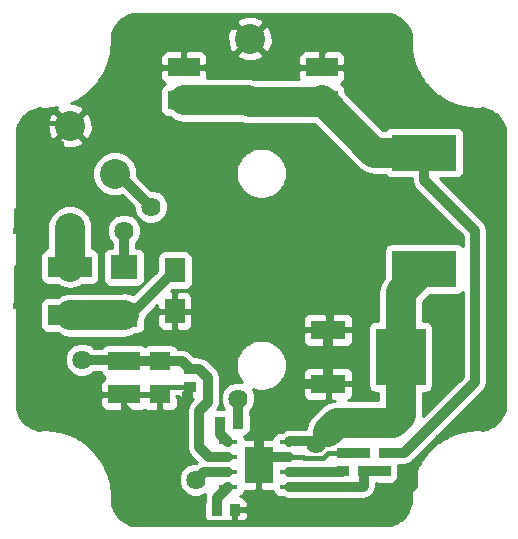
<source format=gbr>
%TF.GenerationSoftware,KiCad,Pcbnew,0.201604071231+6672~43~ubuntu15.10.1-product*%
%TF.CreationDate,2016-04-11T17:56:56+02:00*%
%TF.ProjectId,moto-dcdc,6D6F746F2D646364632E6B696361645F,rev?*%
%TF.FileFunction,Copper,L1,Top,Signal*%
%FSLAX46Y46*%
G04 Gerber Fmt 4.6, Leading zero omitted, Abs format (unit mm)*
G04 Created by KiCad (PCBNEW 0.201604071231+6672~43~ubuntu15.10.1-product) date pon, 11 kwi 2016, 17:56:56*
%MOMM*%
G01*
G04 APERTURE LIST*
%ADD10C,0.100000*%
%ADD11R,1.803400X1.600200*%
%ADD12R,2.692400X1.600200*%
%ADD13R,1.000760X0.899160*%
%ADD14R,0.899160X1.000760*%
%ADD15R,1.699260X2.100580*%
%ADD16R,2.301240X1.998980*%
%ADD17R,5.500000X3.100000*%
%ADD18R,3.700780X1.800860*%
%ADD19R,1.500000X0.450000*%
%ADD20R,2.400000X3.100000*%
%ADD21R,3.000000X1.600000*%
%ADD22R,4.191000X4.826000*%
%ADD23C,2.540000*%
%ADD24C,0.600000*%
%ADD25C,1.625600*%
%ADD26C,0.406400*%
%ADD27C,0.812800*%
%ADD28C,2.540000*%
%ADD29C,0.254000*%
G04 APERTURE END LIST*
D10*
D11*
X138684000Y-109093000D03*
X138684000Y-106299000D03*
D12*
X135636000Y-109093000D03*
X135636000Y-106299000D03*
D13*
X141224000Y-108447840D03*
X141224000Y-106944160D03*
D14*
X145277840Y-111506000D03*
X143774160Y-111506000D03*
D13*
X154178000Y-114056160D03*
X154178000Y-115559840D03*
D12*
X140716000Y-84201000D03*
X140716000Y-81407000D03*
X152400000Y-84201000D03*
X152400000Y-81407000D03*
D15*
X139954000Y-98600260D03*
X139954000Y-102059740D03*
D16*
X135636000Y-98320860D03*
X135636000Y-102339140D03*
D17*
X161060000Y-98472000D03*
X161060000Y-88622000D03*
D18*
X131064000Y-102379780D03*
X131064000Y-98280220D03*
D14*
X143520160Y-118872000D03*
X145023840Y-118872000D03*
D13*
X157734000Y-114056160D03*
X157734000Y-115559840D03*
X155956000Y-115559840D03*
X155956000Y-114056160D03*
D19*
X144479000Y-113122000D03*
X144479000Y-114392000D03*
X144479000Y-116932000D03*
X144479000Y-115662000D03*
X149609000Y-115662000D03*
X149609000Y-116932000D03*
X149609000Y-114392000D03*
X149609000Y-113122000D03*
D20*
X147044000Y-115062000D03*
D21*
X152932000Y-103638000D03*
X152932000Y-108198000D03*
D22*
X159068000Y-105918000D03*
D23*
X146304000Y-78994000D03*
X131064000Y-94996000D03*
X134874000Y-90424000D03*
X146304000Y-84328000D03*
X131064000Y-86360000D03*
D24*
X144272012Y-81280000D03*
X162560000Y-108966000D03*
X163576000Y-107188000D03*
X163830000Y-105156000D03*
X163830000Y-102870000D03*
X161798000Y-101346000D03*
X163830000Y-101346000D03*
X149860000Y-92202000D03*
X149860000Y-89916000D03*
X149606000Y-88391980D03*
X161798000Y-86106000D03*
X160020000Y-86106000D03*
X157734000Y-86106000D03*
X158242000Y-84074000D03*
X156972000Y-83058000D03*
X156718000Y-80518000D03*
X155448000Y-79756000D03*
X142240000Y-79502000D03*
X139700000Y-79756000D03*
X137160000Y-80772000D03*
X136652000Y-83058000D03*
X135636000Y-84582000D03*
X126746000Y-88900000D03*
X128016000Y-89662000D03*
X127000000Y-90170000D03*
X127000000Y-92964000D03*
X126492000Y-95250000D03*
X126746000Y-98044000D03*
X126492000Y-101600000D03*
X126746000Y-104902000D03*
X127508000Y-106934000D03*
X126746000Y-109982000D03*
X129540000Y-108966000D03*
X128524000Y-110998000D03*
X132080000Y-110998000D03*
X132080000Y-112268000D03*
X134112000Y-112776000D03*
X134366000Y-114300000D03*
X136144000Y-114808000D03*
X134874000Y-116332000D03*
X136652000Y-116840000D03*
X135128000Y-118872000D03*
X137668000Y-118872000D03*
X138430000Y-117094000D03*
X140462000Y-118110000D03*
X140462000Y-119888000D03*
X147828000Y-119634000D03*
X150876000Y-119380000D03*
X153162000Y-119380000D03*
X155702000Y-119380000D03*
X158496000Y-119888000D03*
X159258000Y-117856000D03*
X160274000Y-114808000D03*
X162306000Y-112776000D03*
X165354000Y-111506000D03*
X166624000Y-109982000D03*
X166878000Y-107950000D03*
X167640000Y-106172000D03*
X167386000Y-104394000D03*
X167132000Y-101346000D03*
X167132000Y-99314000D03*
X167386000Y-97790000D03*
X167132000Y-94742000D03*
X167132000Y-92456000D03*
X167132000Y-88646000D03*
X166370000Y-86614000D03*
X163068000Y-85090000D03*
X160528000Y-83820000D03*
X159512000Y-81534000D03*
X158242000Y-78994000D03*
X155702000Y-77978000D03*
X153162000Y-77216000D03*
X150114000Y-77724000D03*
X144018000Y-77978000D03*
X140462000Y-77724000D03*
X137922000Y-77470000D03*
X135636000Y-78740000D03*
X135128000Y-81534000D03*
X133858000Y-83566000D03*
X133604000Y-85598000D03*
X128270000Y-86106000D03*
X127762000Y-88138000D03*
X130302000Y-87884000D03*
X144526000Y-92710000D03*
X143510000Y-91186000D03*
X144018000Y-88646000D03*
X145796000Y-87884000D03*
X148590000Y-87630000D03*
X154432000Y-93472000D03*
X155956000Y-93726000D03*
X159258000Y-94234000D03*
X159766000Y-95758000D03*
X161544000Y-96012000D03*
X162560000Y-94996000D03*
X161544000Y-93726000D03*
X159512000Y-91948000D03*
X157734000Y-92202000D03*
X157480000Y-93218000D03*
X157226000Y-94996000D03*
X156718000Y-96774000D03*
X156972000Y-99568000D03*
X156210000Y-101600000D03*
X154940000Y-101092000D03*
X154432000Y-99568000D03*
X154940000Y-97282000D03*
X154940000Y-95504000D03*
X152400000Y-94996000D03*
X149860000Y-94234000D03*
X148082000Y-93980000D03*
X146050000Y-93726000D03*
X143764000Y-94234000D03*
X141732000Y-94488000D03*
X138684000Y-95504000D03*
X140462000Y-95504000D03*
X143002000Y-96012000D03*
X145034000Y-96012000D03*
X147066000Y-95758000D03*
X149098000Y-95758000D03*
X150368000Y-96012000D03*
X151892000Y-96520000D03*
X151892000Y-97790000D03*
X149098000Y-97790000D03*
X149860000Y-99314000D03*
X151384000Y-99060000D03*
X153162000Y-101854000D03*
X152654000Y-100584000D03*
X150876000Y-100838000D03*
X149098000Y-102108000D03*
X148336000Y-103632000D03*
X146812000Y-103378000D03*
X147320000Y-101854000D03*
X147574000Y-99822000D03*
X147574000Y-97536000D03*
X144272000Y-97790000D03*
X146050000Y-98806000D03*
X145542000Y-100076000D03*
X143764000Y-99314000D03*
X143002000Y-98044000D03*
X142494000Y-100076000D03*
X143764000Y-101092000D03*
X145542000Y-101854000D03*
X145542000Y-103632000D03*
X144018000Y-102362000D03*
X143256000Y-104140000D03*
X143256000Y-105918000D03*
X141986000Y-105410000D03*
X141986000Y-103632000D03*
X142494000Y-101854000D03*
X140716000Y-111252000D03*
X140716000Y-112268000D03*
X139446000Y-112522000D03*
X140462000Y-114300000D03*
X138938000Y-113538000D03*
X138176000Y-112776000D03*
X140716000Y-110236000D03*
X139700000Y-111252000D03*
X138176000Y-111252000D03*
X136906000Y-111252000D03*
D25*
X132080000Y-106172000D03*
X135636000Y-95250000D03*
X151892000Y-113284000D03*
X145288000Y-109474000D03*
X141732000Y-116332000D03*
X137922000Y-93218000D03*
D26*
X155956000Y-93726000D02*
X153797000Y-91567000D01*
X153797000Y-91567000D02*
X151511000Y-91567000D01*
X151511000Y-91567000D02*
X149860000Y-89916000D01*
X128270000Y-86106000D02*
X130810000Y-86106000D01*
X130810000Y-86106000D02*
X131064000Y-86360000D01*
X144272012Y-81280000D02*
X142494000Y-81280000D01*
X142494000Y-81280000D02*
X142494000Y-81381600D01*
X142468600Y-81407000D02*
X140716000Y-81407000D01*
X142494000Y-81381600D02*
X142468600Y-81407000D01*
X155448000Y-79756000D02*
X152844500Y-79756000D01*
X152844500Y-79756000D02*
X152400000Y-80200500D01*
X152400000Y-80200500D02*
X152400000Y-81407000D01*
X144018000Y-77978000D02*
X145288000Y-77978000D01*
X145288000Y-77978000D02*
X146304000Y-78994000D01*
X163576000Y-107188000D02*
X163576000Y-107950000D01*
X163576000Y-107950000D02*
X162560000Y-108966000D01*
X163830000Y-102870000D02*
X163830000Y-105156000D01*
X163830000Y-101346000D02*
X161798000Y-101346000D01*
X151130000Y-93472000D02*
X149860000Y-92202000D01*
X154432000Y-93472000D02*
X151130000Y-93472000D01*
X149860000Y-89408000D02*
X149860000Y-89916000D01*
X149606000Y-89154000D02*
X149860000Y-89408000D01*
X149606000Y-88392000D02*
X149606000Y-89154000D01*
X149606000Y-88391980D02*
X149606000Y-89154000D01*
X160319999Y-85298001D02*
X161127998Y-86106000D01*
X161127998Y-86106000D02*
X161798000Y-86106000D01*
X160020000Y-86106000D02*
X160319999Y-85806001D01*
X160319999Y-85806001D02*
X160319999Y-85298001D01*
X158242000Y-84074000D02*
X158242000Y-85598000D01*
X158242000Y-85598000D02*
X157734000Y-86106000D01*
X156718000Y-80518000D02*
X156718000Y-82804000D01*
X156718000Y-82804000D02*
X156972000Y-83058000D01*
X155702000Y-77978000D02*
X155702000Y-79502000D01*
X155702000Y-79502000D02*
X155448000Y-79756000D01*
X139700000Y-79756000D02*
X141986000Y-79756000D01*
X141986000Y-79756000D02*
X142240000Y-79502000D01*
X136652000Y-83058000D02*
X136652000Y-81280000D01*
X136652000Y-81280000D02*
X137160000Y-80772000D01*
X133604000Y-85598000D02*
X134620000Y-85598000D01*
X134620000Y-85598000D02*
X135636000Y-84582000D01*
X126746000Y-88900000D02*
X127000000Y-88900000D01*
X127000000Y-88900000D02*
X127762000Y-88138000D01*
X127000000Y-90170000D02*
X127508000Y-90170000D01*
X127508000Y-90170000D02*
X128016000Y-89662000D01*
X126492000Y-95250000D02*
X126492000Y-93472000D01*
X126492000Y-93472000D02*
X127000000Y-92964000D01*
X126492000Y-101600000D02*
X126492000Y-98298000D01*
X126492000Y-98298000D02*
X126746000Y-98044000D01*
X127508000Y-106934000D02*
X127508000Y-105664000D01*
X127508000Y-105664000D02*
X126746000Y-104902000D01*
X129540000Y-108966000D02*
X127762000Y-108966000D01*
X127762000Y-108966000D02*
X126746000Y-109982000D01*
X132080000Y-110998000D02*
X128524000Y-110998000D01*
X134112000Y-112776000D02*
X132588000Y-112776000D01*
X132588000Y-112776000D02*
X132080000Y-112268000D01*
X136144000Y-114808000D02*
X134874000Y-114808000D01*
X134874000Y-114808000D02*
X134366000Y-114300000D01*
X136652000Y-116840000D02*
X135382000Y-116840000D01*
X135382000Y-116840000D02*
X134874000Y-116332000D01*
X137668000Y-118872000D02*
X135128000Y-118872000D01*
X140462000Y-118110000D02*
X139446000Y-118110000D01*
X139446000Y-118110000D02*
X138430000Y-117094000D01*
X147828000Y-119634000D02*
X147403736Y-119634000D01*
X147403736Y-119634000D02*
X147149736Y-119888000D01*
X147149736Y-119888000D02*
X140462000Y-119888000D01*
X153162000Y-119380000D02*
X150876000Y-119380000D01*
X157988000Y-119380000D02*
X155702000Y-119380000D01*
X158496000Y-119888000D02*
X157988000Y-119380000D01*
X160274000Y-114808000D02*
X160274000Y-116840000D01*
X160274000Y-116840000D02*
X159258000Y-117856000D01*
X165354000Y-111506000D02*
X163576000Y-111506000D01*
X163576000Y-111506000D02*
X162306000Y-112776000D01*
X166878000Y-107950000D02*
X166878000Y-109728000D01*
X166878000Y-109728000D02*
X166624000Y-109982000D01*
X167386000Y-104394000D02*
X167386000Y-105918000D01*
X167386000Y-105918000D02*
X167640000Y-106172000D01*
X167132000Y-99314000D02*
X167132000Y-101346000D01*
X167132000Y-94742000D02*
X167132000Y-97536000D01*
X167132000Y-97536000D02*
X167386000Y-97790000D01*
X167132000Y-88646000D02*
X167132000Y-92456000D01*
X163068000Y-85090000D02*
X164846000Y-85090000D01*
X164846000Y-85090000D02*
X166370000Y-86614000D01*
X159512000Y-81534000D02*
X159512000Y-82804000D01*
X159512000Y-82804000D02*
X160528000Y-83820000D01*
X155702000Y-77978000D02*
X157226000Y-77978000D01*
X157226000Y-77978000D02*
X158242000Y-78994000D01*
X150114000Y-77724000D02*
X152654000Y-77724000D01*
X152654000Y-77724000D02*
X153162000Y-77216000D01*
X137922000Y-77470000D02*
X140208000Y-77470000D01*
X140208000Y-77470000D02*
X140462000Y-77724000D01*
X135128000Y-81534000D02*
X135128000Y-79248000D01*
X135128000Y-79248000D02*
X135636000Y-78740000D01*
X133604000Y-85598000D02*
X133604000Y-83820000D01*
X133604000Y-83820000D02*
X133858000Y-83566000D01*
X130302000Y-87884000D02*
X128016000Y-87884000D01*
X128016000Y-87884000D02*
X127762000Y-88138000D01*
X144526000Y-92710000D02*
X145034000Y-92710000D01*
X145034000Y-92710000D02*
X146050000Y-93726000D01*
X144018000Y-88646000D02*
X144018000Y-90678000D01*
X144018000Y-90678000D02*
X143510000Y-91186000D01*
X148590000Y-87630000D02*
X146050000Y-87630000D01*
X146050000Y-87630000D02*
X145796000Y-87884000D01*
X159258000Y-94234000D02*
X156464000Y-94234000D01*
X156464000Y-94234000D02*
X155956000Y-93726000D01*
X161544000Y-96012000D02*
X160020000Y-96012000D01*
X160020000Y-96012000D02*
X159766000Y-95758000D01*
X161544000Y-93726000D02*
X161544000Y-93980000D01*
X161544000Y-93980000D02*
X162560000Y-94996000D01*
X157734000Y-92202000D02*
X159258000Y-92202000D01*
X159258000Y-92202000D02*
X159512000Y-91948000D01*
X157226000Y-94996000D02*
X157226000Y-93472000D01*
X157226000Y-93472000D02*
X157480000Y-93218000D01*
X156972000Y-99568000D02*
X156972000Y-97028000D01*
X156972000Y-97028000D02*
X156718000Y-96774000D01*
X154940000Y-101092000D02*
X155702000Y-101092000D01*
X155702000Y-101092000D02*
X156210000Y-101600000D01*
X154940000Y-97282000D02*
X154940000Y-99060000D01*
X154940000Y-99060000D02*
X154432000Y-99568000D01*
X152400000Y-94996000D02*
X154432000Y-94996000D01*
X154432000Y-94996000D02*
X154940000Y-95504000D01*
X148082000Y-93980000D02*
X149606000Y-93980000D01*
X149606000Y-93980000D02*
X149860000Y-94234000D01*
X143764000Y-94234000D02*
X145542000Y-94234000D01*
X145542000Y-94234000D02*
X146050000Y-93726000D01*
X138684000Y-95504000D02*
X140716000Y-95504000D01*
X140716000Y-95504000D02*
X141732000Y-94488000D01*
X143002000Y-96012000D02*
X140970000Y-96012000D01*
X140970000Y-96012000D02*
X140462000Y-95504000D01*
X147066000Y-95758000D02*
X145288000Y-95758000D01*
X145288000Y-95758000D02*
X145034000Y-96012000D01*
X150368000Y-96012000D02*
X149352000Y-96012000D01*
X149352000Y-96012000D02*
X149098000Y-95758000D01*
X151892000Y-97790000D02*
X151892000Y-96520000D01*
X149860000Y-99314000D02*
X149860000Y-98552000D01*
X149860000Y-98552000D02*
X149098000Y-97790000D01*
X152654000Y-100584000D02*
X152654000Y-100330000D01*
X152654000Y-100330000D02*
X151384000Y-99060000D01*
X153162000Y-101854000D02*
X153162000Y-103408000D01*
X153162000Y-103408000D02*
X152932000Y-103638000D01*
X150876000Y-100838000D02*
X152400000Y-100838000D01*
X152400000Y-100838000D02*
X152654000Y-100584000D01*
X148336000Y-103632000D02*
X148336000Y-102870000D01*
X148336000Y-102870000D02*
X149098000Y-102108000D01*
X147320000Y-101854000D02*
X147320000Y-102870000D01*
X147320000Y-102870000D02*
X146812000Y-103378000D01*
X147574000Y-97536000D02*
X147574000Y-99822000D01*
X146050000Y-98806000D02*
X145288000Y-98806000D01*
X145288000Y-98806000D02*
X144272000Y-97790000D01*
X143764000Y-99314000D02*
X144780000Y-99314000D01*
X144780000Y-99314000D02*
X145542000Y-100076000D01*
X142494000Y-100076000D02*
X142494000Y-98552000D01*
X142494000Y-98552000D02*
X143002000Y-98044000D01*
X145542000Y-101854000D02*
X144526000Y-101854000D01*
X144526000Y-101854000D02*
X143764000Y-101092000D01*
X144018000Y-102362000D02*
X144272000Y-102362000D01*
X144272000Y-102362000D02*
X145542000Y-103632000D01*
X143256000Y-105918000D02*
X143256000Y-104140000D01*
X141986000Y-103632000D02*
X141986000Y-105410000D01*
X139954000Y-102059740D02*
X142288260Y-102059740D01*
X142288260Y-102059740D02*
X142494000Y-101854000D01*
X140716000Y-111252000D02*
X140716000Y-110236000D01*
X139446000Y-112522000D02*
X140462000Y-112522000D01*
X140462000Y-112522000D02*
X140716000Y-112268000D01*
X138938000Y-113538000D02*
X139700000Y-113538000D01*
X139700000Y-113538000D02*
X140462000Y-114300000D01*
X136906000Y-111252000D02*
X136906000Y-111506000D01*
X136906000Y-111506000D02*
X138176000Y-112776000D01*
X140716000Y-110236000D02*
X140716000Y-108955840D01*
X140716000Y-108955840D02*
X141224000Y-108447840D01*
X138176000Y-111252000D02*
X139700000Y-111252000D01*
X135636000Y-109093000D02*
X135636000Y-109982000D01*
X135636000Y-109982000D02*
X136906000Y-111252000D01*
X138684000Y-109093000D02*
X135636000Y-109093000D01*
X141224000Y-108447840D02*
X139329160Y-108447840D01*
X139329160Y-108447840D02*
X138684000Y-109093000D01*
X154178000Y-114056160D02*
X152919522Y-114056160D01*
X152919522Y-114056160D02*
X152475681Y-114500001D01*
X150873401Y-114500001D02*
X150765400Y-114392000D01*
X152475681Y-114500001D02*
X150873401Y-114500001D01*
X150765400Y-114392000D02*
X149609000Y-114392000D01*
D27*
X155956000Y-114056160D02*
X154178000Y-114056160D01*
X152932000Y-108198000D02*
X150619200Y-108198000D01*
X150619200Y-108198000D02*
X147044000Y-111773200D01*
X147044000Y-111773200D02*
X147044000Y-115062000D01*
X152932000Y-103638000D02*
X152932000Y-108198000D01*
X147044000Y-115062000D02*
X147714000Y-114392000D01*
X147714000Y-114392000D02*
X149609000Y-114392000D01*
X141986000Y-113538000D02*
X142840000Y-114392000D01*
X142840000Y-114392000D02*
X144479000Y-114392000D01*
X132080000Y-106172000D02*
X135509000Y-106172000D01*
X135509000Y-106172000D02*
X135636000Y-106299000D01*
X135636000Y-98320860D02*
X135636000Y-95250000D01*
X141224000Y-106944160D02*
X141996160Y-106944160D01*
X141996160Y-106944160D02*
X142748000Y-107696000D01*
X142748000Y-107696000D02*
X142748000Y-109728000D01*
X141986000Y-110490000D02*
X141986000Y-113538000D01*
X142748000Y-109728000D02*
X141986000Y-110490000D01*
X138684000Y-106299000D02*
X140578840Y-106299000D01*
X140578840Y-106299000D02*
X141224000Y-106944160D01*
X135636000Y-106299000D02*
X138684000Y-106299000D01*
D28*
X159068000Y-105918000D02*
X159068000Y-100464000D01*
X159068000Y-100464000D02*
X161060000Y-98472000D01*
X159068000Y-105918000D02*
X159068000Y-110871000D01*
X158433000Y-111506000D02*
X153670000Y-111506000D01*
X159068000Y-110871000D02*
X158433000Y-111506000D01*
X153670000Y-111506000D02*
X152908000Y-112268000D01*
D27*
X151892000Y-113284000D02*
X152908000Y-112268000D01*
X151892000Y-113284000D02*
X151638000Y-113030000D01*
X151638000Y-113030000D02*
X149701000Y-113030000D01*
X149701000Y-113030000D02*
X149609000Y-113122000D01*
X145277840Y-111506000D02*
X145277840Y-109484160D01*
X145277840Y-109484160D02*
X145288000Y-109474000D01*
D28*
X161060000Y-98472000D02*
X160892000Y-98472000D01*
D27*
X144479000Y-113122000D02*
X143774160Y-112417160D01*
X143774160Y-112417160D02*
X143774160Y-111506000D01*
X149609000Y-115662000D02*
X154075840Y-115662000D01*
X154075840Y-115662000D02*
X154178000Y-115559840D01*
D28*
X152400000Y-84201000D02*
X156821000Y-88622000D01*
X156821000Y-88622000D02*
X161060000Y-88622000D01*
X146304000Y-84328000D02*
X152273000Y-84328000D01*
X152273000Y-84328000D02*
X152400000Y-84201000D01*
X140716000Y-84201000D02*
X146177000Y-84201000D01*
X146177000Y-84201000D02*
X146304000Y-84328000D01*
D26*
X141478000Y-84582000D02*
X140208000Y-84582000D01*
D27*
X157734000Y-114056160D02*
X159323862Y-114056160D01*
X161060000Y-90984800D02*
X161060000Y-88622000D01*
X159323862Y-114056160D02*
X165354000Y-108026022D01*
X165354000Y-108026022D02*
X165354000Y-95278800D01*
X165354000Y-95278800D02*
X161060000Y-90984800D01*
D28*
X160957000Y-88519000D02*
X161060000Y-88622000D01*
D27*
X135636000Y-102339140D02*
X136215120Y-102339140D01*
X136215120Y-102339140D02*
X139954000Y-98600260D01*
D28*
X131064000Y-102379780D02*
X135595360Y-102379780D01*
X135595360Y-102379780D02*
X135636000Y-102339140D01*
X131064000Y-94996000D02*
X131064000Y-98280220D01*
D27*
X130810000Y-98026220D02*
X131064000Y-98280220D01*
X143520160Y-118872000D02*
X143520160Y-117890840D01*
X143520160Y-117890840D02*
X144479000Y-116932000D01*
X155956000Y-115559840D02*
X155956000Y-116822220D01*
X155956000Y-116822220D02*
X155846220Y-116932000D01*
X155846220Y-116932000D02*
X149609000Y-116932000D01*
X157734000Y-115559840D02*
X155956000Y-115559840D01*
X141732000Y-116332000D02*
X142402000Y-115662000D01*
X142402000Y-115662000D02*
X144479000Y-115662000D01*
X134874000Y-90424000D02*
X135128000Y-90424000D01*
X135128000Y-90424000D02*
X137922000Y-93218000D01*
D29*
G36*
X158272566Y-76919997D02*
X158503090Y-77004177D01*
X158724008Y-77110546D01*
X158931734Y-77238013D01*
X159127192Y-77386872D01*
X159306194Y-77553395D01*
X159467763Y-77737800D01*
X159610613Y-77937183D01*
X159732526Y-78149566D01*
X159832735Y-78372777D01*
X159909593Y-78604638D01*
X159939960Y-78740582D01*
X159912257Y-79192915D01*
X159918260Y-79237054D01*
X159912552Y-79281235D01*
X159951137Y-79848988D01*
X159959243Y-79878949D01*
X159958036Y-79909963D01*
X160025343Y-80333850D01*
X160035581Y-80361569D01*
X160036952Y-80391086D01*
X160138753Y-80802175D01*
X160151227Y-80828733D01*
X160155062Y-80857823D01*
X160289820Y-81254568D01*
X160304377Y-81279771D01*
X160310589Y-81308206D01*
X160476767Y-81689063D01*
X160493252Y-81712762D01*
X160501740Y-81740359D01*
X160697805Y-82103788D01*
X160716075Y-82125876D01*
X160726736Y-82152482D01*
X160951154Y-82496934D01*
X160971067Y-82517315D01*
X160983802Y-82542806D01*
X161235034Y-82866739D01*
X161256479Y-82885351D01*
X161271205Y-82909628D01*
X161547721Y-83211496D01*
X161570583Y-83228265D01*
X161587219Y-83251224D01*
X161887478Y-83529487D01*
X161911669Y-83544353D01*
X161930154Y-83565904D01*
X162252621Y-83819012D01*
X162278040Y-83831896D01*
X162298308Y-83851930D01*
X162641454Y-84078343D01*
X162667996Y-84089157D01*
X162689976Y-84107554D01*
X163052259Y-84305724D01*
X163079806Y-84314372D01*
X163103410Y-84330995D01*
X163483299Y-84499380D01*
X163511694Y-84505756D01*
X163536812Y-84520459D01*
X163932770Y-84657518D01*
X163961836Y-84661522D01*
X163988322Y-84674150D01*
X164398814Y-84778335D01*
X164428324Y-84779877D01*
X164455983Y-84790276D01*
X164879471Y-84860041D01*
X164912566Y-84858946D01*
X164944534Y-84867586D01*
X165538745Y-84907826D01*
X165584137Y-84901950D01*
X165629511Y-84907945D01*
X166047264Y-84880758D01*
X166251397Y-84932996D01*
X166481682Y-85017089D01*
X166701897Y-85123325D01*
X166910515Y-85251506D01*
X167105566Y-85399953D01*
X167284818Y-85566710D01*
X167446870Y-85751172D01*
X167589275Y-85949937D01*
X167710969Y-86162362D01*
X167810927Y-86385978D01*
X167873845Y-86575434D01*
X167873845Y-110406828D01*
X167867811Y-110430407D01*
X167783680Y-110661225D01*
X167677308Y-110881722D01*
X167549589Y-111090286D01*
X167401728Y-111284571D01*
X167234216Y-111464173D01*
X167050548Y-111625901D01*
X166851404Y-111767840D01*
X166638294Y-111890173D01*
X166415077Y-111990385D01*
X166182537Y-112067469D01*
X166073398Y-112092088D01*
X165626604Y-112064926D01*
X165581516Y-112071079D01*
X165536365Y-112065395D01*
X164932781Y-112108392D01*
X164901588Y-112116940D01*
X164869264Y-112115911D01*
X164444551Y-112186424D01*
X164416821Y-112196890D01*
X164387224Y-112198481D01*
X163975653Y-112303603D01*
X163949112Y-112316307D01*
X163919966Y-112320374D01*
X163523083Y-112458536D01*
X163497913Y-112473329D01*
X163469444Y-112479782D01*
X163088793Y-112649426D01*
X163065156Y-112666144D01*
X163037550Y-112674879D01*
X162674678Y-112874438D01*
X162652678Y-112892936D01*
X162626084Y-112903849D01*
X162282529Y-113131766D01*
X162262253Y-113151908D01*
X162236800Y-113164897D01*
X161914113Y-113419605D01*
X161895636Y-113441266D01*
X161871424Y-113456244D01*
X161571142Y-113736182D01*
X161554524Y-113759259D01*
X161531650Y-113776150D01*
X161255321Y-114079756D01*
X161240634Y-114104145D01*
X161219197Y-114122878D01*
X160968363Y-114448587D01*
X160955677Y-114474198D01*
X160935779Y-114494713D01*
X160711986Y-114840969D01*
X160701395Y-114867684D01*
X160683162Y-114889902D01*
X160487951Y-115255135D01*
X160479546Y-115282846D01*
X160463108Y-115306686D01*
X160298028Y-115689337D01*
X160291916Y-115717881D01*
X160277427Y-115743222D01*
X160144018Y-116141726D01*
X160140300Y-116170918D01*
X160127913Y-116197611D01*
X160027718Y-116610409D01*
X160026480Y-116640023D01*
X160016348Y-116667874D01*
X159950915Y-117093399D01*
X159952332Y-117125750D01*
X159944151Y-117157082D01*
X159912181Y-117697847D01*
X159918223Y-117741575D01*
X159912607Y-117785361D01*
X159946753Y-118280935D01*
X159889566Y-118504415D01*
X159805477Y-118734675D01*
X159699235Y-118954903D01*
X159570857Y-119163848D01*
X159422356Y-119359408D01*
X159256164Y-119538055D01*
X159071764Y-119699616D01*
X158872386Y-119842464D01*
X158660495Y-119964090D01*
X158436779Y-120064088D01*
X158247012Y-120127351D01*
X136286585Y-120127351D01*
X136263191Y-120121362D01*
X136033400Y-120037463D01*
X135812695Y-119930553D01*
X135603351Y-119802352D01*
X135408548Y-119654417D01*
X135229545Y-119487465D01*
X135067745Y-119303227D01*
X134925293Y-119104404D01*
X134803613Y-118892014D01*
X134703417Y-118667859D01*
X134626055Y-118436215D01*
X134587826Y-118264485D01*
X134619432Y-117783094D01*
X134613645Y-117739101D01*
X134619547Y-117695122D01*
X134587024Y-117179192D01*
X134579526Y-117150925D01*
X134580958Y-117121715D01*
X134517122Y-116691637D01*
X134507039Y-116663466D01*
X134505922Y-116633569D01*
X134406600Y-116216360D01*
X134394214Y-116189357D01*
X134390565Y-116159869D01*
X134257342Y-115757133D01*
X134242806Y-115731498D01*
X134236716Y-115702665D01*
X134071178Y-115316009D01*
X134054657Y-115291905D01*
X134046231Y-115263924D01*
X133849971Y-114894952D01*
X133831615Y-114872492D01*
X133820959Y-114845517D01*
X133595565Y-114495838D01*
X133575516Y-114475117D01*
X133562732Y-114449274D01*
X133309793Y-114120491D01*
X133288173Y-114101578D01*
X133273348Y-114076975D01*
X132994451Y-113770695D01*
X132971369Y-113753659D01*
X132954583Y-113730397D01*
X132651314Y-113448226D01*
X132626873Y-113433139D01*
X132608195Y-113411318D01*
X132282147Y-113154860D01*
X132256443Y-113141799D01*
X132235937Y-113121527D01*
X131888699Y-112892390D01*
X131861838Y-112881445D01*
X131839579Y-112862850D01*
X131472737Y-112662638D01*
X131444845Y-112653911D01*
X131420920Y-112637132D01*
X131036064Y-112467454D01*
X131007304Y-112461056D01*
X130981827Y-112446246D01*
X130580542Y-112308703D01*
X130551097Y-112304738D01*
X130524228Y-112292062D01*
X130108109Y-112188263D01*
X130078222Y-112186824D01*
X130050160Y-112176439D01*
X129620792Y-112107989D01*
X129587966Y-112109246D01*
X129556218Y-112100815D01*
X128990120Y-112064987D01*
X128944633Y-112071079D01*
X128899104Y-112065285D01*
X128405144Y-112099801D01*
X128199451Y-112047164D01*
X127969169Y-111963072D01*
X127748487Y-111856611D01*
X127540026Y-111728955D01*
X127344819Y-111580286D01*
X127165522Y-111413489D01*
X127004248Y-111229855D01*
X126861576Y-111030284D01*
X126739760Y-110818073D01*
X126640000Y-110594908D01*
X126562749Y-110361857D01*
X126557728Y-110339593D01*
X126557728Y-109378750D01*
X133654800Y-109378750D01*
X133654800Y-110019409D01*
X133751473Y-110252798D01*
X133930101Y-110431427D01*
X134163490Y-110528100D01*
X135350250Y-110528100D01*
X135509000Y-110369350D01*
X135509000Y-109220000D01*
X135763000Y-109220000D01*
X135763000Y-110369350D01*
X135921750Y-110528100D01*
X137108510Y-110528100D01*
X137341899Y-110431427D01*
X137382250Y-110391076D01*
X137422601Y-110431427D01*
X137655990Y-110528100D01*
X138398250Y-110528100D01*
X138557000Y-110369350D01*
X138557000Y-109220000D01*
X135763000Y-109220000D01*
X135509000Y-109220000D01*
X133813550Y-109220000D01*
X133654800Y-109378750D01*
X126557728Y-109378750D01*
X126557728Y-106458722D01*
X130631949Y-106458722D01*
X130851899Y-106991041D01*
X131258816Y-107398669D01*
X131790751Y-107619548D01*
X132366722Y-107620051D01*
X132899041Y-107400101D01*
X133086068Y-107213400D01*
X133665095Y-107213400D01*
X133691643Y-107346865D01*
X133831991Y-107556909D01*
X134042035Y-107697257D01*
X134059897Y-107700810D01*
X133930101Y-107754573D01*
X133751473Y-107933202D01*
X133654800Y-108166591D01*
X133654800Y-108807250D01*
X133813550Y-108966000D01*
X135509000Y-108966000D01*
X135509000Y-108946000D01*
X135763000Y-108946000D01*
X135763000Y-108966000D01*
X138557000Y-108966000D01*
X138557000Y-108946000D01*
X138811000Y-108946000D01*
X138811000Y-108966000D01*
X138831000Y-108966000D01*
X138831000Y-109220000D01*
X138811000Y-109220000D01*
X138811000Y-110369350D01*
X138969750Y-110528100D01*
X139712010Y-110528100D01*
X139945399Y-110431427D01*
X140124027Y-110252798D01*
X140220700Y-110019409D01*
X140220700Y-109378750D01*
X140061952Y-109220002D01*
X140169919Y-109220002D01*
X140185293Y-109257118D01*
X140363921Y-109435747D01*
X140597310Y-109532420D01*
X140938250Y-109532420D01*
X141097000Y-109373670D01*
X141097000Y-108574840D01*
X141077000Y-108574840D01*
X141077000Y-108320840D01*
X141097000Y-108320840D01*
X141097000Y-108300840D01*
X141351000Y-108300840D01*
X141351000Y-108320840D01*
X141371000Y-108320840D01*
X141371000Y-108574840D01*
X141351000Y-108574840D01*
X141351000Y-109373670D01*
X141490284Y-109512954D01*
X141249619Y-109753619D01*
X141023872Y-110091473D01*
X140944600Y-110490000D01*
X140944600Y-113538000D01*
X141023872Y-113936527D01*
X141221080Y-114231670D01*
X141249619Y-114274381D01*
X141806634Y-114831396D01*
X141727614Y-114884196D01*
X141445278Y-114883949D01*
X140912959Y-115103899D01*
X140505331Y-115510816D01*
X140284452Y-116042751D01*
X140283949Y-116618722D01*
X140503899Y-117151041D01*
X140910816Y-117558669D01*
X141442751Y-117779548D01*
X142018722Y-117780051D01*
X142543967Y-117563024D01*
X142478760Y-117890840D01*
X142478760Y-118114371D01*
X142472423Y-118123855D01*
X142423140Y-118371620D01*
X142423140Y-119372380D01*
X142472423Y-119620145D01*
X142612771Y-119830189D01*
X142822815Y-119970537D01*
X143070580Y-120019820D01*
X143969740Y-120019820D01*
X144217505Y-119970537D01*
X144271654Y-119934355D01*
X144447951Y-120007380D01*
X144738090Y-120007380D01*
X144896840Y-119848630D01*
X144896840Y-118999000D01*
X145150840Y-118999000D01*
X145150840Y-119848630D01*
X145309590Y-120007380D01*
X145599729Y-120007380D01*
X145833118Y-119910707D01*
X146011747Y-119732079D01*
X146108420Y-119498690D01*
X146108420Y-119157750D01*
X145949670Y-118999000D01*
X145150840Y-118999000D01*
X144896840Y-118999000D01*
X144876840Y-118999000D01*
X144876840Y-118745000D01*
X144896840Y-118745000D01*
X144896840Y-118725000D01*
X145150840Y-118725000D01*
X145150840Y-118745000D01*
X145949670Y-118745000D01*
X146108420Y-118586250D01*
X146108420Y-118245310D01*
X146011747Y-118011921D01*
X145833118Y-117833293D01*
X145599729Y-117736620D01*
X145504507Y-117736620D01*
X145686809Y-117614809D01*
X145827157Y-117404765D01*
X145858538Y-117247000D01*
X146758250Y-117247000D01*
X146917000Y-117088250D01*
X146917000Y-115189000D01*
X146897000Y-115189000D01*
X146897000Y-114935000D01*
X146917000Y-114935000D01*
X146917000Y-113035750D01*
X146758250Y-112877000D01*
X145872462Y-112877000D01*
X145827157Y-112649235D01*
X145818160Y-112635771D01*
X145975185Y-112604537D01*
X146185229Y-112464189D01*
X146325577Y-112254145D01*
X146374860Y-112006380D01*
X146374860Y-111005620D01*
X146325577Y-110757855D01*
X146319240Y-110748371D01*
X146319240Y-110490272D01*
X146514669Y-110295184D01*
X146735548Y-109763249D01*
X146736051Y-109187278D01*
X146527232Y-108681899D01*
X146772947Y-108758174D01*
X146841454Y-108765369D01*
X146907323Y-108785515D01*
X147208962Y-108815922D01*
X147277666Y-108809314D01*
X147346370Y-108815922D01*
X147648009Y-108785515D01*
X147713878Y-108765369D01*
X147782384Y-108758174D01*
X148063331Y-108670962D01*
X148122608Y-108638783D01*
X148187022Y-108618792D01*
X148435821Y-108483750D01*
X150797000Y-108483750D01*
X150797000Y-109124309D01*
X150893673Y-109357698D01*
X151072301Y-109536327D01*
X151305690Y-109633000D01*
X152646250Y-109633000D01*
X152805000Y-109474250D01*
X152805000Y-108325000D01*
X150955750Y-108325000D01*
X150797000Y-108483750D01*
X148435821Y-108483750D01*
X148441262Y-108480797D01*
X148492152Y-108438484D01*
X148550440Y-108407132D01*
X148771948Y-108224370D01*
X148813487Y-108173482D01*
X148864371Y-108131946D01*
X149047132Y-107910439D01*
X149078484Y-107852151D01*
X149120796Y-107801262D01*
X149258791Y-107547022D01*
X149278782Y-107482609D01*
X149310960Y-107423334D01*
X149358033Y-107271691D01*
X150797000Y-107271691D01*
X150797000Y-107912250D01*
X150955750Y-108071000D01*
X152805000Y-108071000D01*
X152805000Y-106921750D01*
X153059000Y-106921750D01*
X153059000Y-108071000D01*
X154908250Y-108071000D01*
X155067000Y-107912250D01*
X155067000Y-107271691D01*
X154970327Y-107038302D01*
X154791699Y-106859673D01*
X154558310Y-106763000D01*
X153217750Y-106763000D01*
X153059000Y-106921750D01*
X152805000Y-106921750D01*
X152646250Y-106763000D01*
X151305690Y-106763000D01*
X151072301Y-106859673D01*
X150893673Y-107038302D01*
X150797000Y-107271691D01*
X149358033Y-107271691D01*
X149398173Y-107142388D01*
X149405368Y-107073880D01*
X149425515Y-107008008D01*
X149455921Y-106706368D01*
X149452593Y-106671764D01*
X149459375Y-106637667D01*
X149452593Y-106603570D01*
X149455921Y-106568966D01*
X149425515Y-106267326D01*
X149405368Y-106201454D01*
X149398173Y-106132946D01*
X149310960Y-105852000D01*
X149278783Y-105792726D01*
X149258791Y-105728311D01*
X149120796Y-105474071D01*
X149078484Y-105423182D01*
X149047132Y-105364894D01*
X148864371Y-105143387D01*
X148813485Y-105101849D01*
X148771946Y-105050962D01*
X148550438Y-104868201D01*
X148492152Y-104836850D01*
X148441262Y-104794537D01*
X148187022Y-104656542D01*
X148122608Y-104636551D01*
X148063333Y-104604373D01*
X147782386Y-104517160D01*
X147713880Y-104509965D01*
X147648007Y-104489818D01*
X147346368Y-104459412D01*
X147277667Y-104466020D01*
X147208965Y-104459412D01*
X146907325Y-104489818D01*
X146841453Y-104509965D01*
X146772945Y-104517160D01*
X146491999Y-104604373D01*
X146432724Y-104636551D01*
X146368311Y-104656542D01*
X146114071Y-104794537D01*
X146063182Y-104836849D01*
X146004894Y-104868201D01*
X145783387Y-105050962D01*
X145741851Y-105101846D01*
X145690963Y-105143385D01*
X145508201Y-105364893D01*
X145476849Y-105423181D01*
X145434536Y-105474071D01*
X145296541Y-105728311D01*
X145276550Y-105792725D01*
X145244371Y-105852002D01*
X145157159Y-106132949D01*
X145149964Y-106201455D01*
X145129818Y-106267324D01*
X145099411Y-106568963D01*
X145106019Y-106637667D01*
X145099411Y-106706371D01*
X145129818Y-107008010D01*
X145149964Y-107073879D01*
X145157159Y-107142386D01*
X145244371Y-107423332D01*
X145276550Y-107482609D01*
X145296541Y-107547022D01*
X145434536Y-107801262D01*
X145476849Y-107852152D01*
X145508201Y-107910440D01*
X145617820Y-108043299D01*
X145577249Y-108026452D01*
X145001278Y-108025949D01*
X144468959Y-108245899D01*
X144061331Y-108652816D01*
X143840452Y-109184751D01*
X143839949Y-109760722D01*
X144059899Y-110293041D01*
X144124924Y-110358180D01*
X143555342Y-110358180D01*
X143710129Y-110126526D01*
X143789400Y-109728000D01*
X143789400Y-107696000D01*
X143710128Y-107297473D01*
X143484381Y-106959619D01*
X142732541Y-106207779D01*
X142620550Y-106132949D01*
X142394687Y-105982032D01*
X141996160Y-105902760D01*
X141981629Y-105902760D01*
X141972145Y-105896423D01*
X141724380Y-105847140D01*
X141599742Y-105847140D01*
X141315221Y-105562619D01*
X141207070Y-105490355D01*
X140977367Y-105336872D01*
X140578840Y-105257600D01*
X140185143Y-105257600D01*
X140183857Y-105251135D01*
X140043509Y-105041091D01*
X139833465Y-104900743D01*
X139585700Y-104851460D01*
X137782300Y-104851460D01*
X137534535Y-104900743D01*
X137382250Y-105002497D01*
X137229965Y-104900743D01*
X136982200Y-104851460D01*
X134289800Y-104851460D01*
X134042035Y-104900743D01*
X133831991Y-105041091D01*
X133772183Y-105130600D01*
X133086130Y-105130600D01*
X132901184Y-104945331D01*
X132369249Y-104724452D01*
X131793278Y-104723949D01*
X131260959Y-104943899D01*
X130853331Y-105350816D01*
X130632452Y-105882751D01*
X130631949Y-106458722D01*
X126557728Y-106458722D01*
X126557728Y-101479350D01*
X128566170Y-101479350D01*
X128566170Y-103280210D01*
X128615453Y-103527975D01*
X128755801Y-103738019D01*
X128965845Y-103878367D01*
X129213610Y-103927650D01*
X130017527Y-103927650D01*
X130334988Y-104139771D01*
X131064000Y-104284780D01*
X135595360Y-104284780D01*
X136324372Y-104139771D01*
X136554401Y-103986070D01*
X136786620Y-103986070D01*
X137034385Y-103936787D01*
X137053896Y-103923750D01*
X150797000Y-103923750D01*
X150797000Y-104564309D01*
X150893673Y-104797698D01*
X151072301Y-104976327D01*
X151305690Y-105073000D01*
X152646250Y-105073000D01*
X152805000Y-104914250D01*
X152805000Y-103765000D01*
X153059000Y-103765000D01*
X153059000Y-104914250D01*
X153217750Y-105073000D01*
X154558310Y-105073000D01*
X154791699Y-104976327D01*
X154970327Y-104797698D01*
X155067000Y-104564309D01*
X155067000Y-103923750D01*
X154908250Y-103765000D01*
X153059000Y-103765000D01*
X152805000Y-103765000D01*
X150955750Y-103765000D01*
X150797000Y-103923750D01*
X137053896Y-103923750D01*
X137244429Y-103796439D01*
X137384777Y-103586395D01*
X137434060Y-103338630D01*
X137434060Y-102876766D01*
X137504529Y-102522493D01*
X137681532Y-102345490D01*
X138469370Y-102345490D01*
X138469370Y-103236339D01*
X138566043Y-103469728D01*
X138744671Y-103648357D01*
X138978060Y-103745030D01*
X139668250Y-103745030D01*
X139827000Y-103586280D01*
X139827000Y-102186740D01*
X140081000Y-102186740D01*
X140081000Y-103586280D01*
X140239750Y-103745030D01*
X140929940Y-103745030D01*
X141163329Y-103648357D01*
X141341957Y-103469728D01*
X141438630Y-103236339D01*
X141438630Y-102711691D01*
X150797000Y-102711691D01*
X150797000Y-103352250D01*
X150955750Y-103511000D01*
X152805000Y-103511000D01*
X152805000Y-102361750D01*
X153059000Y-102361750D01*
X153059000Y-103511000D01*
X154908250Y-103511000D01*
X155067000Y-103352250D01*
X155067000Y-102711691D01*
X154970327Y-102478302D01*
X154791699Y-102299673D01*
X154558310Y-102203000D01*
X153217750Y-102203000D01*
X153059000Y-102361750D01*
X152805000Y-102361750D01*
X152646250Y-102203000D01*
X151305690Y-102203000D01*
X151072301Y-102299673D01*
X150893673Y-102478302D01*
X150797000Y-102711691D01*
X141438630Y-102711691D01*
X141438630Y-102345490D01*
X141279880Y-102186740D01*
X140081000Y-102186740D01*
X139827000Y-102186740D01*
X138628120Y-102186740D01*
X138469370Y-102345490D01*
X137681532Y-102345490D01*
X138469370Y-101557652D01*
X138469370Y-101773990D01*
X138628120Y-101932740D01*
X139827000Y-101932740D01*
X139827000Y-100533200D01*
X140081000Y-100533200D01*
X140081000Y-101932740D01*
X141279880Y-101932740D01*
X141438630Y-101773990D01*
X141438630Y-100883141D01*
X141341957Y-100649752D01*
X141163329Y-100471123D01*
X140929940Y-100374450D01*
X140239750Y-100374450D01*
X140081000Y-100533200D01*
X139827000Y-100533200D01*
X139668250Y-100374450D01*
X139652572Y-100374450D01*
X139729032Y-100297990D01*
X140803630Y-100297990D01*
X141051395Y-100248707D01*
X141261439Y-100108359D01*
X141401787Y-99898315D01*
X141451070Y-99650550D01*
X141451070Y-97549970D01*
X141401787Y-97302205D01*
X141261439Y-97092161D01*
X141051395Y-96951813D01*
X140803630Y-96902530D01*
X139104370Y-96902530D01*
X138856605Y-96951813D01*
X138646561Y-97092161D01*
X138506213Y-97302205D01*
X138456930Y-97549970D01*
X138456930Y-98624568D01*
X136447340Y-100634158D01*
X136365012Y-100579149D01*
X135636000Y-100434140D01*
X135431688Y-100474780D01*
X131064000Y-100474780D01*
X130334988Y-100619789D01*
X130017527Y-100831910D01*
X129213610Y-100831910D01*
X128965845Y-100881193D01*
X128755801Y-101021541D01*
X128615453Y-101231585D01*
X128566170Y-101479350D01*
X126557728Y-101479350D01*
X126557728Y-97379790D01*
X128566170Y-97379790D01*
X128566170Y-99180650D01*
X128615453Y-99428415D01*
X128755801Y-99638459D01*
X128965845Y-99778807D01*
X129213610Y-99828090D01*
X130017527Y-99828090D01*
X130334988Y-100040211D01*
X131064000Y-100185220D01*
X131793012Y-100040211D01*
X132110473Y-99828090D01*
X132914390Y-99828090D01*
X133162155Y-99778807D01*
X133372199Y-99638459D01*
X133512547Y-99428415D01*
X133561830Y-99180650D01*
X133561830Y-97379790D01*
X133550210Y-97321370D01*
X133837940Y-97321370D01*
X133837940Y-99320350D01*
X133887223Y-99568115D01*
X134027571Y-99778159D01*
X134237615Y-99918507D01*
X134485380Y-99967790D01*
X136786620Y-99967790D01*
X137034385Y-99918507D01*
X137244429Y-99778159D01*
X137384777Y-99568115D01*
X137434060Y-99320350D01*
X137434060Y-97321370D01*
X137384777Y-97073605D01*
X137244429Y-96863561D01*
X137034385Y-96723213D01*
X136786620Y-96673930D01*
X136677400Y-96673930D01*
X136677400Y-96256130D01*
X136862669Y-96071184D01*
X137083548Y-95539249D01*
X137084051Y-94963278D01*
X136864101Y-94430959D01*
X136457184Y-94023331D01*
X135925249Y-93802452D01*
X135349278Y-93801949D01*
X134816959Y-94021899D01*
X134409331Y-94428816D01*
X134188452Y-94960751D01*
X134187949Y-95536722D01*
X134407899Y-96069041D01*
X134594600Y-96256068D01*
X134594600Y-96673930D01*
X134485380Y-96673930D01*
X134237615Y-96723213D01*
X134027571Y-96863561D01*
X133887223Y-97073605D01*
X133837940Y-97321370D01*
X133550210Y-97321370D01*
X133512547Y-97132025D01*
X133372199Y-96921981D01*
X133162155Y-96781633D01*
X132969000Y-96743212D01*
X132969000Y-94996000D01*
X132969330Y-94618735D01*
X132679922Y-93918314D01*
X132144505Y-93381961D01*
X131444590Y-93091332D01*
X130686735Y-93090670D01*
X129986314Y-93380078D01*
X129449961Y-93915495D01*
X129159332Y-94615410D01*
X129158670Y-95373265D01*
X129159000Y-95374064D01*
X129159000Y-96743212D01*
X128965845Y-96781633D01*
X128755801Y-96921981D01*
X128615453Y-97132025D01*
X128566170Y-97379790D01*
X126557728Y-97379790D01*
X126557728Y-90801265D01*
X132968670Y-90801265D01*
X133258078Y-91501686D01*
X133793495Y-92038039D01*
X134493410Y-92328668D01*
X135251265Y-92329330D01*
X135470133Y-92238895D01*
X136474178Y-93242940D01*
X136473949Y-93504722D01*
X136693899Y-94037041D01*
X137100816Y-94444669D01*
X137632751Y-94665548D01*
X138208722Y-94666051D01*
X138741041Y-94446101D01*
X139148669Y-94039184D01*
X139369548Y-93507249D01*
X139370051Y-92931278D01*
X139150101Y-92398959D01*
X138743184Y-91991331D01*
X138211249Y-91770452D01*
X137946983Y-91770221D01*
X136778845Y-90602083D01*
X136779094Y-90315985D01*
X145099411Y-90315985D01*
X145106019Y-90384689D01*
X145099411Y-90453393D01*
X145129818Y-90755032D01*
X145149964Y-90820901D01*
X145157159Y-90889407D01*
X145244371Y-91170354D01*
X145276550Y-91229631D01*
X145296541Y-91294045D01*
X145434536Y-91548285D01*
X145476849Y-91599175D01*
X145508201Y-91657463D01*
X145690963Y-91878971D01*
X145741851Y-91920510D01*
X145783387Y-91971394D01*
X146004894Y-92154155D01*
X146063182Y-92185507D01*
X146114071Y-92227819D01*
X146368311Y-92365814D01*
X146432724Y-92385805D01*
X146491999Y-92417983D01*
X146772945Y-92505196D01*
X146841453Y-92512391D01*
X146907325Y-92532538D01*
X147208965Y-92562944D01*
X147277667Y-92556336D01*
X147346368Y-92562944D01*
X147648007Y-92532538D01*
X147713880Y-92512391D01*
X147782386Y-92505196D01*
X148063333Y-92417983D01*
X148122608Y-92385805D01*
X148187022Y-92365814D01*
X148441262Y-92227819D01*
X148492152Y-92185506D01*
X148550438Y-92154155D01*
X148771946Y-91971394D01*
X148813485Y-91920507D01*
X148864371Y-91878969D01*
X149047132Y-91657462D01*
X149078484Y-91599174D01*
X149120796Y-91548285D01*
X149258791Y-91294045D01*
X149278783Y-91229630D01*
X149310960Y-91170356D01*
X149398173Y-90889410D01*
X149405368Y-90820902D01*
X149425515Y-90755030D01*
X149455921Y-90453390D01*
X149452593Y-90418786D01*
X149459375Y-90384689D01*
X149452593Y-90350592D01*
X149455921Y-90315988D01*
X149425515Y-90014348D01*
X149405368Y-89948475D01*
X149398173Y-89879970D01*
X149310960Y-89599021D01*
X149278783Y-89539747D01*
X149258790Y-89475328D01*
X149120795Y-89221092D01*
X149078485Y-89170206D01*
X149047135Y-89111921D01*
X148864374Y-88890410D01*
X148813485Y-88848869D01*
X148771946Y-88797982D01*
X148550438Y-88615221D01*
X148492154Y-88583871D01*
X148441266Y-88541559D01*
X148187029Y-88403563D01*
X148122609Y-88383570D01*
X148063332Y-88351391D01*
X147782382Y-88264179D01*
X147713880Y-88256985D01*
X147648009Y-88236838D01*
X147346370Y-88206431D01*
X147277666Y-88213039D01*
X147208962Y-88206431D01*
X146907323Y-88236838D01*
X146841453Y-88256985D01*
X146772949Y-88264179D01*
X146492000Y-88351391D01*
X146432723Y-88383570D01*
X146368304Y-88403563D01*
X146114067Y-88541559D01*
X146063180Y-88583870D01*
X146004894Y-88615221D01*
X145783387Y-88797982D01*
X145741849Y-88848868D01*
X145690960Y-88890409D01*
X145508198Y-89111920D01*
X145476848Y-89170205D01*
X145434537Y-89221092D01*
X145296542Y-89475329D01*
X145276550Y-89539746D01*
X145244371Y-89599023D01*
X145157159Y-89879972D01*
X145149965Y-89948476D01*
X145129818Y-90014346D01*
X145099411Y-90315985D01*
X136779094Y-90315985D01*
X136779330Y-90046735D01*
X136489922Y-89346314D01*
X135954505Y-88809961D01*
X135254590Y-88519332D01*
X134496735Y-88518670D01*
X133796314Y-88808078D01*
X133259961Y-89343495D01*
X132969332Y-90043410D01*
X132968670Y-90801265D01*
X126557728Y-90801265D01*
X126557728Y-87707777D01*
X129895828Y-87707777D01*
X130027520Y-88002657D01*
X130735036Y-88274261D01*
X131492632Y-88254436D01*
X132100480Y-88002657D01*
X132232172Y-87707777D01*
X131064000Y-86539605D01*
X129895828Y-87707777D01*
X126557728Y-87707777D01*
X126557728Y-86647615D01*
X126582674Y-86549338D01*
X126666356Y-86320180D01*
X126773267Y-86099461D01*
X126815168Y-86031036D01*
X129149739Y-86031036D01*
X129169564Y-86788632D01*
X129421343Y-87396480D01*
X129716223Y-87528172D01*
X130884395Y-86360000D01*
X131243605Y-86360000D01*
X132411777Y-87528172D01*
X132706657Y-87396480D01*
X132978261Y-86688964D01*
X132958436Y-85931368D01*
X132706657Y-85323520D01*
X132411777Y-85191828D01*
X131243605Y-86360000D01*
X130884395Y-86360000D01*
X129716223Y-85191828D01*
X129421343Y-85323520D01*
X129149739Y-86031036D01*
X126815168Y-86031036D01*
X126901465Y-85890114D01*
X127049394Y-85695312D01*
X127216339Y-85516318D01*
X127400312Y-85354751D01*
X127599885Y-85212076D01*
X127812089Y-85090263D01*
X128035779Y-84990271D01*
X128268510Y-84912695D01*
X128428365Y-84876833D01*
X128902074Y-84907866D01*
X128946403Y-84902028D01*
X128990726Y-84907925D01*
X129523200Y-84873751D01*
X129552182Y-84866027D01*
X129582141Y-84867397D01*
X129988025Y-84805778D01*
X129895828Y-85012223D01*
X131064000Y-86180395D01*
X132232172Y-85012223D01*
X132100480Y-84717343D01*
X131392964Y-84445739D01*
X131153250Y-84452012D01*
X131380515Y-84354049D01*
X131404501Y-84337522D01*
X131432375Y-84329061D01*
X131799758Y-84132609D01*
X131822106Y-84114262D01*
X131848980Y-84103586D01*
X132197135Y-83878218D01*
X132217755Y-83858189D01*
X132243497Y-83845401D01*
X132570839Y-83592693D01*
X132589656Y-83571108D01*
X132614165Y-83556293D01*
X132784324Y-83400900D01*
X138722360Y-83400900D01*
X138722360Y-85001100D01*
X138771643Y-85248865D01*
X138911991Y-85458909D01*
X139122035Y-85599257D01*
X139369800Y-85648540D01*
X139519373Y-85648540D01*
X139986988Y-85960991D01*
X140716000Y-86106000D01*
X145618358Y-86106000D01*
X145923410Y-86232668D01*
X146681265Y-86233330D01*
X146682064Y-86233000D01*
X151737924Y-86233000D01*
X155473961Y-89969038D01*
X155948519Y-90286128D01*
X156091988Y-90381991D01*
X156821000Y-90527000D01*
X157783496Y-90527000D01*
X157852191Y-90629809D01*
X158062235Y-90770157D01*
X158310000Y-90819440D01*
X160018600Y-90819440D01*
X160018600Y-90984800D01*
X160097872Y-91383327D01*
X160224919Y-91573466D01*
X160323619Y-91721181D01*
X164312600Y-95710162D01*
X164312600Y-96531225D01*
X164267809Y-96464191D01*
X164057765Y-96323843D01*
X163810000Y-96274560D01*
X158310000Y-96274560D01*
X158062235Y-96323843D01*
X157852191Y-96464191D01*
X157711843Y-96674235D01*
X157662560Y-96922000D01*
X157662560Y-99204367D01*
X157308009Y-99734988D01*
X157163000Y-100464000D01*
X157163000Y-102857560D01*
X156972500Y-102857560D01*
X156724735Y-102906843D01*
X156514691Y-103047191D01*
X156374343Y-103257235D01*
X156325060Y-103505000D01*
X156325060Y-108331000D01*
X156374343Y-108578765D01*
X156514691Y-108788809D01*
X156724735Y-108929157D01*
X156972500Y-108978440D01*
X157163000Y-108978440D01*
X157163000Y-109601000D01*
X154635565Y-109601000D01*
X154791699Y-109536327D01*
X154970327Y-109357698D01*
X155067000Y-109124309D01*
X155067000Y-108483750D01*
X154908250Y-108325000D01*
X153059000Y-108325000D01*
X153059000Y-109474250D01*
X153217750Y-109633000D01*
X153509125Y-109633000D01*
X152940988Y-109746009D01*
X152322962Y-110158961D01*
X151560962Y-110920962D01*
X151148009Y-111538988D01*
X151058577Y-111988600D01*
X149701000Y-111988600D01*
X149302474Y-112067871D01*
X149030558Y-112249560D01*
X148859000Y-112249560D01*
X148611235Y-112298843D01*
X148401191Y-112439191D01*
X148260843Y-112649235D01*
X148215538Y-112877000D01*
X147329750Y-112877000D01*
X147171000Y-113035750D01*
X147171000Y-114935000D01*
X147191000Y-114935000D01*
X147191000Y-115189000D01*
X147171000Y-115189000D01*
X147171000Y-117088250D01*
X147329750Y-117247000D01*
X148229462Y-117247000D01*
X148260843Y-117404765D01*
X148401191Y-117614809D01*
X148611235Y-117755157D01*
X148859000Y-117804440D01*
X149076246Y-117804440D01*
X149210473Y-117894128D01*
X149609000Y-117973400D01*
X155846220Y-117973400D01*
X156244747Y-117894128D01*
X156582601Y-117668381D01*
X156692381Y-117558601D01*
X156719441Y-117518103D01*
X156918128Y-117220747D01*
X156997400Y-116822220D01*
X156997400Y-116609873D01*
X157233620Y-116656860D01*
X158234380Y-116656860D01*
X158482145Y-116607577D01*
X158692189Y-116467229D01*
X158832537Y-116257185D01*
X158881820Y-116009420D01*
X158881820Y-115110260D01*
X158879294Y-115097560D01*
X159323862Y-115097560D01*
X159722389Y-115018288D01*
X160060243Y-114792541D01*
X166090381Y-108762403D01*
X166213084Y-108578765D01*
X166316128Y-108424549D01*
X166395400Y-108026022D01*
X166395400Y-95278800D01*
X166316128Y-94880273D01*
X166090381Y-94542419D01*
X162367402Y-90819440D01*
X163810000Y-90819440D01*
X164057765Y-90770157D01*
X164267809Y-90629809D01*
X164408157Y-90419765D01*
X164457440Y-90172000D01*
X164457440Y-87072000D01*
X164408157Y-86824235D01*
X164267809Y-86614191D01*
X164057765Y-86473843D01*
X163810000Y-86424560D01*
X158310000Y-86424560D01*
X158062235Y-86473843D01*
X157852191Y-86614191D01*
X157783496Y-86717000D01*
X157610077Y-86717000D01*
X154393640Y-83500564D01*
X154393640Y-83400900D01*
X154344357Y-83153135D01*
X154204009Y-82943091D01*
X153993965Y-82802743D01*
X153976103Y-82799190D01*
X154105899Y-82745427D01*
X154284527Y-82566798D01*
X154381200Y-82333409D01*
X154381200Y-81692750D01*
X154222450Y-81534000D01*
X152527000Y-81534000D01*
X152527000Y-81554000D01*
X152273000Y-81554000D01*
X152273000Y-81534000D01*
X150577550Y-81534000D01*
X150418800Y-81692750D01*
X150418800Y-82333409D01*
X150455910Y-82423000D01*
X146815474Y-82423000D01*
X146177000Y-82296000D01*
X142697200Y-82296000D01*
X142697200Y-81692750D01*
X142538450Y-81534000D01*
X140843000Y-81534000D01*
X140843000Y-81554000D01*
X140589000Y-81554000D01*
X140589000Y-81534000D01*
X138893550Y-81534000D01*
X138734800Y-81692750D01*
X138734800Y-82333409D01*
X138831473Y-82566798D01*
X139010101Y-82745427D01*
X139139897Y-82799190D01*
X139122035Y-82802743D01*
X138911991Y-82943091D01*
X138771643Y-83153135D01*
X138722360Y-83400900D01*
X132784324Y-83400900D01*
X132919100Y-83277821D01*
X132936051Y-83254785D01*
X132959223Y-83238023D01*
X133240167Y-82935362D01*
X133255179Y-82910977D01*
X133276917Y-82892336D01*
X133532280Y-82567064D01*
X133545278Y-82541427D01*
X133565471Y-82520973D01*
X133793668Y-82174663D01*
X133804563Y-82147875D01*
X133823094Y-82125674D01*
X134022529Y-81759900D01*
X134031216Y-81732098D01*
X134047939Y-81708245D01*
X134217029Y-81324587D01*
X134223403Y-81295916D01*
X134238167Y-81270527D01*
X134375325Y-80870557D01*
X134379282Y-80841209D01*
X134391928Y-80814432D01*
X134475354Y-80480591D01*
X138734800Y-80480591D01*
X138734800Y-81121250D01*
X138893550Y-81280000D01*
X140589000Y-81280000D01*
X140589000Y-80130650D01*
X140843000Y-80130650D01*
X140843000Y-81280000D01*
X142538450Y-81280000D01*
X142697200Y-81121250D01*
X142697200Y-80480591D01*
X142639702Y-80341777D01*
X145135828Y-80341777D01*
X145267520Y-80636657D01*
X145975036Y-80908261D01*
X146732632Y-80888436D01*
X147340480Y-80636657D01*
X147410178Y-80480591D01*
X150418800Y-80480591D01*
X150418800Y-81121250D01*
X150577550Y-81280000D01*
X152273000Y-81280000D01*
X152273000Y-80130650D01*
X152527000Y-80130650D01*
X152527000Y-81280000D01*
X154222450Y-81280000D01*
X154381200Y-81121250D01*
X154381200Y-80480591D01*
X154284527Y-80247202D01*
X154105899Y-80068573D01*
X153872510Y-79971900D01*
X152685750Y-79971900D01*
X152527000Y-80130650D01*
X152273000Y-80130650D01*
X152114250Y-79971900D01*
X150927490Y-79971900D01*
X150694101Y-80068573D01*
X150515473Y-80247202D01*
X150418800Y-80480591D01*
X147410178Y-80480591D01*
X147472172Y-80341777D01*
X146304000Y-79173605D01*
X145135828Y-80341777D01*
X142639702Y-80341777D01*
X142600527Y-80247202D01*
X142421899Y-80068573D01*
X142188510Y-79971900D01*
X141001750Y-79971900D01*
X140843000Y-80130650D01*
X140589000Y-80130650D01*
X140430250Y-79971900D01*
X139243490Y-79971900D01*
X139010101Y-80068573D01*
X138831473Y-80247202D01*
X138734800Y-80480591D01*
X134475354Y-80480591D01*
X134495562Y-80399730D01*
X134497009Y-80369943D01*
X134507380Y-80341980D01*
X134575904Y-79914115D01*
X134574667Y-79881185D01*
X134583137Y-79849342D01*
X134619518Y-79278281D01*
X134613617Y-79234087D01*
X134619434Y-79189882D01*
X134590793Y-78753352D01*
X134613392Y-78665036D01*
X144389739Y-78665036D01*
X144409564Y-79422632D01*
X144661343Y-80030480D01*
X144956223Y-80162172D01*
X146124395Y-78994000D01*
X146483605Y-78994000D01*
X147651777Y-80162172D01*
X147946657Y-80030480D01*
X148218261Y-79322964D01*
X148198436Y-78565368D01*
X147946657Y-77957520D01*
X147651777Y-77825828D01*
X146483605Y-78994000D01*
X146124395Y-78994000D01*
X144956223Y-77825828D01*
X144661343Y-77957520D01*
X144389739Y-78665036D01*
X134613392Y-78665036D01*
X134646224Y-78536738D01*
X134730357Y-78305911D01*
X134836362Y-78086173D01*
X134964685Y-77877758D01*
X135113370Y-77681962D01*
X135146617Y-77646223D01*
X145135828Y-77646223D01*
X146304000Y-78814395D01*
X147472172Y-77646223D01*
X147340480Y-77351343D01*
X146632964Y-77079739D01*
X145875368Y-77099564D01*
X145267520Y-77351343D01*
X145135828Y-77646223D01*
X135146617Y-77646223D01*
X135279881Y-77502973D01*
X135463982Y-77341239D01*
X135662688Y-77199305D01*
X135876010Y-77077097D01*
X136099676Y-76976686D01*
X136331090Y-76899833D01*
X136349021Y-76895823D01*
X158178090Y-76895823D01*
X158272566Y-76919997D01*
X158272566Y-76919997D01*
G37*
X158272566Y-76919997D02*
X158503090Y-77004177D01*
X158724008Y-77110546D01*
X158931734Y-77238013D01*
X159127192Y-77386872D01*
X159306194Y-77553395D01*
X159467763Y-77737800D01*
X159610613Y-77937183D01*
X159732526Y-78149566D01*
X159832735Y-78372777D01*
X159909593Y-78604638D01*
X159939960Y-78740582D01*
X159912257Y-79192915D01*
X159918260Y-79237054D01*
X159912552Y-79281235D01*
X159951137Y-79848988D01*
X159959243Y-79878949D01*
X159958036Y-79909963D01*
X160025343Y-80333850D01*
X160035581Y-80361569D01*
X160036952Y-80391086D01*
X160138753Y-80802175D01*
X160151227Y-80828733D01*
X160155062Y-80857823D01*
X160289820Y-81254568D01*
X160304377Y-81279771D01*
X160310589Y-81308206D01*
X160476767Y-81689063D01*
X160493252Y-81712762D01*
X160501740Y-81740359D01*
X160697805Y-82103788D01*
X160716075Y-82125876D01*
X160726736Y-82152482D01*
X160951154Y-82496934D01*
X160971067Y-82517315D01*
X160983802Y-82542806D01*
X161235034Y-82866739D01*
X161256479Y-82885351D01*
X161271205Y-82909628D01*
X161547721Y-83211496D01*
X161570583Y-83228265D01*
X161587219Y-83251224D01*
X161887478Y-83529487D01*
X161911669Y-83544353D01*
X161930154Y-83565904D01*
X162252621Y-83819012D01*
X162278040Y-83831896D01*
X162298308Y-83851930D01*
X162641454Y-84078343D01*
X162667996Y-84089157D01*
X162689976Y-84107554D01*
X163052259Y-84305724D01*
X163079806Y-84314372D01*
X163103410Y-84330995D01*
X163483299Y-84499380D01*
X163511694Y-84505756D01*
X163536812Y-84520459D01*
X163932770Y-84657518D01*
X163961836Y-84661522D01*
X163988322Y-84674150D01*
X164398814Y-84778335D01*
X164428324Y-84779877D01*
X164455983Y-84790276D01*
X164879471Y-84860041D01*
X164912566Y-84858946D01*
X164944534Y-84867586D01*
X165538745Y-84907826D01*
X165584137Y-84901950D01*
X165629511Y-84907945D01*
X166047264Y-84880758D01*
X166251397Y-84932996D01*
X166481682Y-85017089D01*
X166701897Y-85123325D01*
X166910515Y-85251506D01*
X167105566Y-85399953D01*
X167284818Y-85566710D01*
X167446870Y-85751172D01*
X167589275Y-85949937D01*
X167710969Y-86162362D01*
X167810927Y-86385978D01*
X167873845Y-86575434D01*
X167873845Y-110406828D01*
X167867811Y-110430407D01*
X167783680Y-110661225D01*
X167677308Y-110881722D01*
X167549589Y-111090286D01*
X167401728Y-111284571D01*
X167234216Y-111464173D01*
X167050548Y-111625901D01*
X166851404Y-111767840D01*
X166638294Y-111890173D01*
X166415077Y-111990385D01*
X166182537Y-112067469D01*
X166073398Y-112092088D01*
X165626604Y-112064926D01*
X165581516Y-112071079D01*
X165536365Y-112065395D01*
X164932781Y-112108392D01*
X164901588Y-112116940D01*
X164869264Y-112115911D01*
X164444551Y-112186424D01*
X164416821Y-112196890D01*
X164387224Y-112198481D01*
X163975653Y-112303603D01*
X163949112Y-112316307D01*
X163919966Y-112320374D01*
X163523083Y-112458536D01*
X163497913Y-112473329D01*
X163469444Y-112479782D01*
X163088793Y-112649426D01*
X163065156Y-112666144D01*
X163037550Y-112674879D01*
X162674678Y-112874438D01*
X162652678Y-112892936D01*
X162626084Y-112903849D01*
X162282529Y-113131766D01*
X162262253Y-113151908D01*
X162236800Y-113164897D01*
X161914113Y-113419605D01*
X161895636Y-113441266D01*
X161871424Y-113456244D01*
X161571142Y-113736182D01*
X161554524Y-113759259D01*
X161531650Y-113776150D01*
X161255321Y-114079756D01*
X161240634Y-114104145D01*
X161219197Y-114122878D01*
X160968363Y-114448587D01*
X160955677Y-114474198D01*
X160935779Y-114494713D01*
X160711986Y-114840969D01*
X160701395Y-114867684D01*
X160683162Y-114889902D01*
X160487951Y-115255135D01*
X160479546Y-115282846D01*
X160463108Y-115306686D01*
X160298028Y-115689337D01*
X160291916Y-115717881D01*
X160277427Y-115743222D01*
X160144018Y-116141726D01*
X160140300Y-116170918D01*
X160127913Y-116197611D01*
X160027718Y-116610409D01*
X160026480Y-116640023D01*
X160016348Y-116667874D01*
X159950915Y-117093399D01*
X159952332Y-117125750D01*
X159944151Y-117157082D01*
X159912181Y-117697847D01*
X159918223Y-117741575D01*
X159912607Y-117785361D01*
X159946753Y-118280935D01*
X159889566Y-118504415D01*
X159805477Y-118734675D01*
X159699235Y-118954903D01*
X159570857Y-119163848D01*
X159422356Y-119359408D01*
X159256164Y-119538055D01*
X159071764Y-119699616D01*
X158872386Y-119842464D01*
X158660495Y-119964090D01*
X158436779Y-120064088D01*
X158247012Y-120127351D01*
X136286585Y-120127351D01*
X136263191Y-120121362D01*
X136033400Y-120037463D01*
X135812695Y-119930553D01*
X135603351Y-119802352D01*
X135408548Y-119654417D01*
X135229545Y-119487465D01*
X135067745Y-119303227D01*
X134925293Y-119104404D01*
X134803613Y-118892014D01*
X134703417Y-118667859D01*
X134626055Y-118436215D01*
X134587826Y-118264485D01*
X134619432Y-117783094D01*
X134613645Y-117739101D01*
X134619547Y-117695122D01*
X134587024Y-117179192D01*
X134579526Y-117150925D01*
X134580958Y-117121715D01*
X134517122Y-116691637D01*
X134507039Y-116663466D01*
X134505922Y-116633569D01*
X134406600Y-116216360D01*
X134394214Y-116189357D01*
X134390565Y-116159869D01*
X134257342Y-115757133D01*
X134242806Y-115731498D01*
X134236716Y-115702665D01*
X134071178Y-115316009D01*
X134054657Y-115291905D01*
X134046231Y-115263924D01*
X133849971Y-114894952D01*
X133831615Y-114872492D01*
X133820959Y-114845517D01*
X133595565Y-114495838D01*
X133575516Y-114475117D01*
X133562732Y-114449274D01*
X133309793Y-114120491D01*
X133288173Y-114101578D01*
X133273348Y-114076975D01*
X132994451Y-113770695D01*
X132971369Y-113753659D01*
X132954583Y-113730397D01*
X132651314Y-113448226D01*
X132626873Y-113433139D01*
X132608195Y-113411318D01*
X132282147Y-113154860D01*
X132256443Y-113141799D01*
X132235937Y-113121527D01*
X131888699Y-112892390D01*
X131861838Y-112881445D01*
X131839579Y-112862850D01*
X131472737Y-112662638D01*
X131444845Y-112653911D01*
X131420920Y-112637132D01*
X131036064Y-112467454D01*
X131007304Y-112461056D01*
X130981827Y-112446246D01*
X130580542Y-112308703D01*
X130551097Y-112304738D01*
X130524228Y-112292062D01*
X130108109Y-112188263D01*
X130078222Y-112186824D01*
X130050160Y-112176439D01*
X129620792Y-112107989D01*
X129587966Y-112109246D01*
X129556218Y-112100815D01*
X128990120Y-112064987D01*
X128944633Y-112071079D01*
X128899104Y-112065285D01*
X128405144Y-112099801D01*
X128199451Y-112047164D01*
X127969169Y-111963072D01*
X127748487Y-111856611D01*
X127540026Y-111728955D01*
X127344819Y-111580286D01*
X127165522Y-111413489D01*
X127004248Y-111229855D01*
X126861576Y-111030284D01*
X126739760Y-110818073D01*
X126640000Y-110594908D01*
X126562749Y-110361857D01*
X126557728Y-110339593D01*
X126557728Y-109378750D01*
X133654800Y-109378750D01*
X133654800Y-110019409D01*
X133751473Y-110252798D01*
X133930101Y-110431427D01*
X134163490Y-110528100D01*
X135350250Y-110528100D01*
X135509000Y-110369350D01*
X135509000Y-109220000D01*
X135763000Y-109220000D01*
X135763000Y-110369350D01*
X135921750Y-110528100D01*
X137108510Y-110528100D01*
X137341899Y-110431427D01*
X137382250Y-110391076D01*
X137422601Y-110431427D01*
X137655990Y-110528100D01*
X138398250Y-110528100D01*
X138557000Y-110369350D01*
X138557000Y-109220000D01*
X135763000Y-109220000D01*
X135509000Y-109220000D01*
X133813550Y-109220000D01*
X133654800Y-109378750D01*
X126557728Y-109378750D01*
X126557728Y-106458722D01*
X130631949Y-106458722D01*
X130851899Y-106991041D01*
X131258816Y-107398669D01*
X131790751Y-107619548D01*
X132366722Y-107620051D01*
X132899041Y-107400101D01*
X133086068Y-107213400D01*
X133665095Y-107213400D01*
X133691643Y-107346865D01*
X133831991Y-107556909D01*
X134042035Y-107697257D01*
X134059897Y-107700810D01*
X133930101Y-107754573D01*
X133751473Y-107933202D01*
X133654800Y-108166591D01*
X133654800Y-108807250D01*
X133813550Y-108966000D01*
X135509000Y-108966000D01*
X135509000Y-108946000D01*
X135763000Y-108946000D01*
X135763000Y-108966000D01*
X138557000Y-108966000D01*
X138557000Y-108946000D01*
X138811000Y-108946000D01*
X138811000Y-108966000D01*
X138831000Y-108966000D01*
X138831000Y-109220000D01*
X138811000Y-109220000D01*
X138811000Y-110369350D01*
X138969750Y-110528100D01*
X139712010Y-110528100D01*
X139945399Y-110431427D01*
X140124027Y-110252798D01*
X140220700Y-110019409D01*
X140220700Y-109378750D01*
X140061952Y-109220002D01*
X140169919Y-109220002D01*
X140185293Y-109257118D01*
X140363921Y-109435747D01*
X140597310Y-109532420D01*
X140938250Y-109532420D01*
X141097000Y-109373670D01*
X141097000Y-108574840D01*
X141077000Y-108574840D01*
X141077000Y-108320840D01*
X141097000Y-108320840D01*
X141097000Y-108300840D01*
X141351000Y-108300840D01*
X141351000Y-108320840D01*
X141371000Y-108320840D01*
X141371000Y-108574840D01*
X141351000Y-108574840D01*
X141351000Y-109373670D01*
X141490284Y-109512954D01*
X141249619Y-109753619D01*
X141023872Y-110091473D01*
X140944600Y-110490000D01*
X140944600Y-113538000D01*
X141023872Y-113936527D01*
X141221080Y-114231670D01*
X141249619Y-114274381D01*
X141806634Y-114831396D01*
X141727614Y-114884196D01*
X141445278Y-114883949D01*
X140912959Y-115103899D01*
X140505331Y-115510816D01*
X140284452Y-116042751D01*
X140283949Y-116618722D01*
X140503899Y-117151041D01*
X140910816Y-117558669D01*
X141442751Y-117779548D01*
X142018722Y-117780051D01*
X142543967Y-117563024D01*
X142478760Y-117890840D01*
X142478760Y-118114371D01*
X142472423Y-118123855D01*
X142423140Y-118371620D01*
X142423140Y-119372380D01*
X142472423Y-119620145D01*
X142612771Y-119830189D01*
X142822815Y-119970537D01*
X143070580Y-120019820D01*
X143969740Y-120019820D01*
X144217505Y-119970537D01*
X144271654Y-119934355D01*
X144447951Y-120007380D01*
X144738090Y-120007380D01*
X144896840Y-119848630D01*
X144896840Y-118999000D01*
X145150840Y-118999000D01*
X145150840Y-119848630D01*
X145309590Y-120007380D01*
X145599729Y-120007380D01*
X145833118Y-119910707D01*
X146011747Y-119732079D01*
X146108420Y-119498690D01*
X146108420Y-119157750D01*
X145949670Y-118999000D01*
X145150840Y-118999000D01*
X144896840Y-118999000D01*
X144876840Y-118999000D01*
X144876840Y-118745000D01*
X144896840Y-118745000D01*
X144896840Y-118725000D01*
X145150840Y-118725000D01*
X145150840Y-118745000D01*
X145949670Y-118745000D01*
X146108420Y-118586250D01*
X146108420Y-118245310D01*
X146011747Y-118011921D01*
X145833118Y-117833293D01*
X145599729Y-117736620D01*
X145504507Y-117736620D01*
X145686809Y-117614809D01*
X145827157Y-117404765D01*
X145858538Y-117247000D01*
X146758250Y-117247000D01*
X146917000Y-117088250D01*
X146917000Y-115189000D01*
X146897000Y-115189000D01*
X146897000Y-114935000D01*
X146917000Y-114935000D01*
X146917000Y-113035750D01*
X146758250Y-112877000D01*
X145872462Y-112877000D01*
X145827157Y-112649235D01*
X145818160Y-112635771D01*
X145975185Y-112604537D01*
X146185229Y-112464189D01*
X146325577Y-112254145D01*
X146374860Y-112006380D01*
X146374860Y-111005620D01*
X146325577Y-110757855D01*
X146319240Y-110748371D01*
X146319240Y-110490272D01*
X146514669Y-110295184D01*
X146735548Y-109763249D01*
X146736051Y-109187278D01*
X146527232Y-108681899D01*
X146772947Y-108758174D01*
X146841454Y-108765369D01*
X146907323Y-108785515D01*
X147208962Y-108815922D01*
X147277666Y-108809314D01*
X147346370Y-108815922D01*
X147648009Y-108785515D01*
X147713878Y-108765369D01*
X147782384Y-108758174D01*
X148063331Y-108670962D01*
X148122608Y-108638783D01*
X148187022Y-108618792D01*
X148435821Y-108483750D01*
X150797000Y-108483750D01*
X150797000Y-109124309D01*
X150893673Y-109357698D01*
X151072301Y-109536327D01*
X151305690Y-109633000D01*
X152646250Y-109633000D01*
X152805000Y-109474250D01*
X152805000Y-108325000D01*
X150955750Y-108325000D01*
X150797000Y-108483750D01*
X148435821Y-108483750D01*
X148441262Y-108480797D01*
X148492152Y-108438484D01*
X148550440Y-108407132D01*
X148771948Y-108224370D01*
X148813487Y-108173482D01*
X148864371Y-108131946D01*
X149047132Y-107910439D01*
X149078484Y-107852151D01*
X149120796Y-107801262D01*
X149258791Y-107547022D01*
X149278782Y-107482609D01*
X149310960Y-107423334D01*
X149358033Y-107271691D01*
X150797000Y-107271691D01*
X150797000Y-107912250D01*
X150955750Y-108071000D01*
X152805000Y-108071000D01*
X152805000Y-106921750D01*
X153059000Y-106921750D01*
X153059000Y-108071000D01*
X154908250Y-108071000D01*
X155067000Y-107912250D01*
X155067000Y-107271691D01*
X154970327Y-107038302D01*
X154791699Y-106859673D01*
X154558310Y-106763000D01*
X153217750Y-106763000D01*
X153059000Y-106921750D01*
X152805000Y-106921750D01*
X152646250Y-106763000D01*
X151305690Y-106763000D01*
X151072301Y-106859673D01*
X150893673Y-107038302D01*
X150797000Y-107271691D01*
X149358033Y-107271691D01*
X149398173Y-107142388D01*
X149405368Y-107073880D01*
X149425515Y-107008008D01*
X149455921Y-106706368D01*
X149452593Y-106671764D01*
X149459375Y-106637667D01*
X149452593Y-106603570D01*
X149455921Y-106568966D01*
X149425515Y-106267326D01*
X149405368Y-106201454D01*
X149398173Y-106132946D01*
X149310960Y-105852000D01*
X149278783Y-105792726D01*
X149258791Y-105728311D01*
X149120796Y-105474071D01*
X149078484Y-105423182D01*
X149047132Y-105364894D01*
X148864371Y-105143387D01*
X148813485Y-105101849D01*
X148771946Y-105050962D01*
X148550438Y-104868201D01*
X148492152Y-104836850D01*
X148441262Y-104794537D01*
X148187022Y-104656542D01*
X148122608Y-104636551D01*
X148063333Y-104604373D01*
X147782386Y-104517160D01*
X147713880Y-104509965D01*
X147648007Y-104489818D01*
X147346368Y-104459412D01*
X147277667Y-104466020D01*
X147208965Y-104459412D01*
X146907325Y-104489818D01*
X146841453Y-104509965D01*
X146772945Y-104517160D01*
X146491999Y-104604373D01*
X146432724Y-104636551D01*
X146368311Y-104656542D01*
X146114071Y-104794537D01*
X146063182Y-104836849D01*
X146004894Y-104868201D01*
X145783387Y-105050962D01*
X145741851Y-105101846D01*
X145690963Y-105143385D01*
X145508201Y-105364893D01*
X145476849Y-105423181D01*
X145434536Y-105474071D01*
X145296541Y-105728311D01*
X145276550Y-105792725D01*
X145244371Y-105852002D01*
X145157159Y-106132949D01*
X145149964Y-106201455D01*
X145129818Y-106267324D01*
X145099411Y-106568963D01*
X145106019Y-106637667D01*
X145099411Y-106706371D01*
X145129818Y-107008010D01*
X145149964Y-107073879D01*
X145157159Y-107142386D01*
X145244371Y-107423332D01*
X145276550Y-107482609D01*
X145296541Y-107547022D01*
X145434536Y-107801262D01*
X145476849Y-107852152D01*
X145508201Y-107910440D01*
X145617820Y-108043299D01*
X145577249Y-108026452D01*
X145001278Y-108025949D01*
X144468959Y-108245899D01*
X144061331Y-108652816D01*
X143840452Y-109184751D01*
X143839949Y-109760722D01*
X144059899Y-110293041D01*
X144124924Y-110358180D01*
X143555342Y-110358180D01*
X143710129Y-110126526D01*
X143789400Y-109728000D01*
X143789400Y-107696000D01*
X143710128Y-107297473D01*
X143484381Y-106959619D01*
X142732541Y-106207779D01*
X142620550Y-106132949D01*
X142394687Y-105982032D01*
X141996160Y-105902760D01*
X141981629Y-105902760D01*
X141972145Y-105896423D01*
X141724380Y-105847140D01*
X141599742Y-105847140D01*
X141315221Y-105562619D01*
X141207070Y-105490355D01*
X140977367Y-105336872D01*
X140578840Y-105257600D01*
X140185143Y-105257600D01*
X140183857Y-105251135D01*
X140043509Y-105041091D01*
X139833465Y-104900743D01*
X139585700Y-104851460D01*
X137782300Y-104851460D01*
X137534535Y-104900743D01*
X137382250Y-105002497D01*
X137229965Y-104900743D01*
X136982200Y-104851460D01*
X134289800Y-104851460D01*
X134042035Y-104900743D01*
X133831991Y-105041091D01*
X133772183Y-105130600D01*
X133086130Y-105130600D01*
X132901184Y-104945331D01*
X132369249Y-104724452D01*
X131793278Y-104723949D01*
X131260959Y-104943899D01*
X130853331Y-105350816D01*
X130632452Y-105882751D01*
X130631949Y-106458722D01*
X126557728Y-106458722D01*
X126557728Y-101479350D01*
X128566170Y-101479350D01*
X128566170Y-103280210D01*
X128615453Y-103527975D01*
X128755801Y-103738019D01*
X128965845Y-103878367D01*
X129213610Y-103927650D01*
X130017527Y-103927650D01*
X130334988Y-104139771D01*
X131064000Y-104284780D01*
X135595360Y-104284780D01*
X136324372Y-104139771D01*
X136554401Y-103986070D01*
X136786620Y-103986070D01*
X137034385Y-103936787D01*
X137053896Y-103923750D01*
X150797000Y-103923750D01*
X150797000Y-104564309D01*
X150893673Y-104797698D01*
X151072301Y-104976327D01*
X151305690Y-105073000D01*
X152646250Y-105073000D01*
X152805000Y-104914250D01*
X152805000Y-103765000D01*
X153059000Y-103765000D01*
X153059000Y-104914250D01*
X153217750Y-105073000D01*
X154558310Y-105073000D01*
X154791699Y-104976327D01*
X154970327Y-104797698D01*
X155067000Y-104564309D01*
X155067000Y-103923750D01*
X154908250Y-103765000D01*
X153059000Y-103765000D01*
X152805000Y-103765000D01*
X150955750Y-103765000D01*
X150797000Y-103923750D01*
X137053896Y-103923750D01*
X137244429Y-103796439D01*
X137384777Y-103586395D01*
X137434060Y-103338630D01*
X137434060Y-102876766D01*
X137504529Y-102522493D01*
X137681532Y-102345490D01*
X138469370Y-102345490D01*
X138469370Y-103236339D01*
X138566043Y-103469728D01*
X138744671Y-103648357D01*
X138978060Y-103745030D01*
X139668250Y-103745030D01*
X139827000Y-103586280D01*
X139827000Y-102186740D01*
X140081000Y-102186740D01*
X140081000Y-103586280D01*
X140239750Y-103745030D01*
X140929940Y-103745030D01*
X141163329Y-103648357D01*
X141341957Y-103469728D01*
X141438630Y-103236339D01*
X141438630Y-102711691D01*
X150797000Y-102711691D01*
X150797000Y-103352250D01*
X150955750Y-103511000D01*
X152805000Y-103511000D01*
X152805000Y-102361750D01*
X153059000Y-102361750D01*
X153059000Y-103511000D01*
X154908250Y-103511000D01*
X155067000Y-103352250D01*
X155067000Y-102711691D01*
X154970327Y-102478302D01*
X154791699Y-102299673D01*
X154558310Y-102203000D01*
X153217750Y-102203000D01*
X153059000Y-102361750D01*
X152805000Y-102361750D01*
X152646250Y-102203000D01*
X151305690Y-102203000D01*
X151072301Y-102299673D01*
X150893673Y-102478302D01*
X150797000Y-102711691D01*
X141438630Y-102711691D01*
X141438630Y-102345490D01*
X141279880Y-102186740D01*
X140081000Y-102186740D01*
X139827000Y-102186740D01*
X138628120Y-102186740D01*
X138469370Y-102345490D01*
X137681532Y-102345490D01*
X138469370Y-101557652D01*
X138469370Y-101773990D01*
X138628120Y-101932740D01*
X139827000Y-101932740D01*
X139827000Y-100533200D01*
X140081000Y-100533200D01*
X140081000Y-101932740D01*
X141279880Y-101932740D01*
X141438630Y-101773990D01*
X141438630Y-100883141D01*
X141341957Y-100649752D01*
X141163329Y-100471123D01*
X140929940Y-100374450D01*
X140239750Y-100374450D01*
X140081000Y-100533200D01*
X139827000Y-100533200D01*
X139668250Y-100374450D01*
X139652572Y-100374450D01*
X139729032Y-100297990D01*
X140803630Y-100297990D01*
X141051395Y-100248707D01*
X141261439Y-100108359D01*
X141401787Y-99898315D01*
X141451070Y-99650550D01*
X141451070Y-97549970D01*
X141401787Y-97302205D01*
X141261439Y-97092161D01*
X141051395Y-96951813D01*
X140803630Y-96902530D01*
X139104370Y-96902530D01*
X138856605Y-96951813D01*
X138646561Y-97092161D01*
X138506213Y-97302205D01*
X138456930Y-97549970D01*
X138456930Y-98624568D01*
X136447340Y-100634158D01*
X136365012Y-100579149D01*
X135636000Y-100434140D01*
X135431688Y-100474780D01*
X131064000Y-100474780D01*
X130334988Y-100619789D01*
X130017527Y-100831910D01*
X129213610Y-100831910D01*
X128965845Y-100881193D01*
X128755801Y-101021541D01*
X128615453Y-101231585D01*
X128566170Y-101479350D01*
X126557728Y-101479350D01*
X126557728Y-97379790D01*
X128566170Y-97379790D01*
X128566170Y-99180650D01*
X128615453Y-99428415D01*
X128755801Y-99638459D01*
X128965845Y-99778807D01*
X129213610Y-99828090D01*
X130017527Y-99828090D01*
X130334988Y-100040211D01*
X131064000Y-100185220D01*
X131793012Y-100040211D01*
X132110473Y-99828090D01*
X132914390Y-99828090D01*
X133162155Y-99778807D01*
X133372199Y-99638459D01*
X133512547Y-99428415D01*
X133561830Y-99180650D01*
X133561830Y-97379790D01*
X133550210Y-97321370D01*
X133837940Y-97321370D01*
X133837940Y-99320350D01*
X133887223Y-99568115D01*
X134027571Y-99778159D01*
X134237615Y-99918507D01*
X134485380Y-99967790D01*
X136786620Y-99967790D01*
X137034385Y-99918507D01*
X137244429Y-99778159D01*
X137384777Y-99568115D01*
X137434060Y-99320350D01*
X137434060Y-97321370D01*
X137384777Y-97073605D01*
X137244429Y-96863561D01*
X137034385Y-96723213D01*
X136786620Y-96673930D01*
X136677400Y-96673930D01*
X136677400Y-96256130D01*
X136862669Y-96071184D01*
X137083548Y-95539249D01*
X137084051Y-94963278D01*
X136864101Y-94430959D01*
X136457184Y-94023331D01*
X135925249Y-93802452D01*
X135349278Y-93801949D01*
X134816959Y-94021899D01*
X134409331Y-94428816D01*
X134188452Y-94960751D01*
X134187949Y-95536722D01*
X134407899Y-96069041D01*
X134594600Y-96256068D01*
X134594600Y-96673930D01*
X134485380Y-96673930D01*
X134237615Y-96723213D01*
X134027571Y-96863561D01*
X133887223Y-97073605D01*
X133837940Y-97321370D01*
X133550210Y-97321370D01*
X133512547Y-97132025D01*
X133372199Y-96921981D01*
X133162155Y-96781633D01*
X132969000Y-96743212D01*
X132969000Y-94996000D01*
X132969330Y-94618735D01*
X132679922Y-93918314D01*
X132144505Y-93381961D01*
X131444590Y-93091332D01*
X130686735Y-93090670D01*
X129986314Y-93380078D01*
X129449961Y-93915495D01*
X129159332Y-94615410D01*
X129158670Y-95373265D01*
X129159000Y-95374064D01*
X129159000Y-96743212D01*
X128965845Y-96781633D01*
X128755801Y-96921981D01*
X128615453Y-97132025D01*
X128566170Y-97379790D01*
X126557728Y-97379790D01*
X126557728Y-90801265D01*
X132968670Y-90801265D01*
X133258078Y-91501686D01*
X133793495Y-92038039D01*
X134493410Y-92328668D01*
X135251265Y-92329330D01*
X135470133Y-92238895D01*
X136474178Y-93242940D01*
X136473949Y-93504722D01*
X136693899Y-94037041D01*
X137100816Y-94444669D01*
X137632751Y-94665548D01*
X138208722Y-94666051D01*
X138741041Y-94446101D01*
X139148669Y-94039184D01*
X139369548Y-93507249D01*
X139370051Y-92931278D01*
X139150101Y-92398959D01*
X138743184Y-91991331D01*
X138211249Y-91770452D01*
X137946983Y-91770221D01*
X136778845Y-90602083D01*
X136779094Y-90315985D01*
X145099411Y-90315985D01*
X145106019Y-90384689D01*
X145099411Y-90453393D01*
X145129818Y-90755032D01*
X145149964Y-90820901D01*
X145157159Y-90889407D01*
X145244371Y-91170354D01*
X145276550Y-91229631D01*
X145296541Y-91294045D01*
X145434536Y-91548285D01*
X145476849Y-91599175D01*
X145508201Y-91657463D01*
X145690963Y-91878971D01*
X145741851Y-91920510D01*
X145783387Y-91971394D01*
X146004894Y-92154155D01*
X146063182Y-92185507D01*
X146114071Y-92227819D01*
X146368311Y-92365814D01*
X146432724Y-92385805D01*
X146491999Y-92417983D01*
X146772945Y-92505196D01*
X146841453Y-92512391D01*
X146907325Y-92532538D01*
X147208965Y-92562944D01*
X147277667Y-92556336D01*
X147346368Y-92562944D01*
X147648007Y-92532538D01*
X147713880Y-92512391D01*
X147782386Y-92505196D01*
X148063333Y-92417983D01*
X148122608Y-92385805D01*
X148187022Y-92365814D01*
X148441262Y-92227819D01*
X148492152Y-92185506D01*
X148550438Y-92154155D01*
X148771946Y-91971394D01*
X148813485Y-91920507D01*
X148864371Y-91878969D01*
X149047132Y-91657462D01*
X149078484Y-91599174D01*
X149120796Y-91548285D01*
X149258791Y-91294045D01*
X149278783Y-91229630D01*
X149310960Y-91170356D01*
X149398173Y-90889410D01*
X149405368Y-90820902D01*
X149425515Y-90755030D01*
X149455921Y-90453390D01*
X149452593Y-90418786D01*
X149459375Y-90384689D01*
X149452593Y-90350592D01*
X149455921Y-90315988D01*
X149425515Y-90014348D01*
X149405368Y-89948475D01*
X149398173Y-89879970D01*
X149310960Y-89599021D01*
X149278783Y-89539747D01*
X149258790Y-89475328D01*
X149120795Y-89221092D01*
X149078485Y-89170206D01*
X149047135Y-89111921D01*
X148864374Y-88890410D01*
X148813485Y-88848869D01*
X148771946Y-88797982D01*
X148550438Y-88615221D01*
X148492154Y-88583871D01*
X148441266Y-88541559D01*
X148187029Y-88403563D01*
X148122609Y-88383570D01*
X148063332Y-88351391D01*
X147782382Y-88264179D01*
X147713880Y-88256985D01*
X147648009Y-88236838D01*
X147346370Y-88206431D01*
X147277666Y-88213039D01*
X147208962Y-88206431D01*
X146907323Y-88236838D01*
X146841453Y-88256985D01*
X146772949Y-88264179D01*
X146492000Y-88351391D01*
X146432723Y-88383570D01*
X146368304Y-88403563D01*
X146114067Y-88541559D01*
X146063180Y-88583870D01*
X146004894Y-88615221D01*
X145783387Y-88797982D01*
X145741849Y-88848868D01*
X145690960Y-88890409D01*
X145508198Y-89111920D01*
X145476848Y-89170205D01*
X145434537Y-89221092D01*
X145296542Y-89475329D01*
X145276550Y-89539746D01*
X145244371Y-89599023D01*
X145157159Y-89879972D01*
X145149965Y-89948476D01*
X145129818Y-90014346D01*
X145099411Y-90315985D01*
X136779094Y-90315985D01*
X136779330Y-90046735D01*
X136489922Y-89346314D01*
X135954505Y-88809961D01*
X135254590Y-88519332D01*
X134496735Y-88518670D01*
X133796314Y-88808078D01*
X133259961Y-89343495D01*
X132969332Y-90043410D01*
X132968670Y-90801265D01*
X126557728Y-90801265D01*
X126557728Y-87707777D01*
X129895828Y-87707777D01*
X130027520Y-88002657D01*
X130735036Y-88274261D01*
X131492632Y-88254436D01*
X132100480Y-88002657D01*
X132232172Y-87707777D01*
X131064000Y-86539605D01*
X129895828Y-87707777D01*
X126557728Y-87707777D01*
X126557728Y-86647615D01*
X126582674Y-86549338D01*
X126666356Y-86320180D01*
X126773267Y-86099461D01*
X126815168Y-86031036D01*
X129149739Y-86031036D01*
X129169564Y-86788632D01*
X129421343Y-87396480D01*
X129716223Y-87528172D01*
X130884395Y-86360000D01*
X131243605Y-86360000D01*
X132411777Y-87528172D01*
X132706657Y-87396480D01*
X132978261Y-86688964D01*
X132958436Y-85931368D01*
X132706657Y-85323520D01*
X132411777Y-85191828D01*
X131243605Y-86360000D01*
X130884395Y-86360000D01*
X129716223Y-85191828D01*
X129421343Y-85323520D01*
X129149739Y-86031036D01*
X126815168Y-86031036D01*
X126901465Y-85890114D01*
X127049394Y-85695312D01*
X127216339Y-85516318D01*
X127400312Y-85354751D01*
X127599885Y-85212076D01*
X127812089Y-85090263D01*
X128035779Y-84990271D01*
X128268510Y-84912695D01*
X128428365Y-84876833D01*
X128902074Y-84907866D01*
X128946403Y-84902028D01*
X128990726Y-84907925D01*
X129523200Y-84873751D01*
X129552182Y-84866027D01*
X129582141Y-84867397D01*
X129988025Y-84805778D01*
X129895828Y-85012223D01*
X131064000Y-86180395D01*
X132232172Y-85012223D01*
X132100480Y-84717343D01*
X131392964Y-84445739D01*
X131153250Y-84452012D01*
X131380515Y-84354049D01*
X131404501Y-84337522D01*
X131432375Y-84329061D01*
X131799758Y-84132609D01*
X131822106Y-84114262D01*
X131848980Y-84103586D01*
X132197135Y-83878218D01*
X132217755Y-83858189D01*
X132243497Y-83845401D01*
X132570839Y-83592693D01*
X132589656Y-83571108D01*
X132614165Y-83556293D01*
X132784324Y-83400900D01*
X138722360Y-83400900D01*
X138722360Y-85001100D01*
X138771643Y-85248865D01*
X138911991Y-85458909D01*
X139122035Y-85599257D01*
X139369800Y-85648540D01*
X139519373Y-85648540D01*
X139986988Y-85960991D01*
X140716000Y-86106000D01*
X145618358Y-86106000D01*
X145923410Y-86232668D01*
X146681265Y-86233330D01*
X146682064Y-86233000D01*
X151737924Y-86233000D01*
X155473961Y-89969038D01*
X155948519Y-90286128D01*
X156091988Y-90381991D01*
X156821000Y-90527000D01*
X157783496Y-90527000D01*
X157852191Y-90629809D01*
X158062235Y-90770157D01*
X158310000Y-90819440D01*
X160018600Y-90819440D01*
X160018600Y-90984800D01*
X160097872Y-91383327D01*
X160224919Y-91573466D01*
X160323619Y-91721181D01*
X164312600Y-95710162D01*
X164312600Y-96531225D01*
X164267809Y-96464191D01*
X164057765Y-96323843D01*
X163810000Y-96274560D01*
X158310000Y-96274560D01*
X158062235Y-96323843D01*
X157852191Y-96464191D01*
X157711843Y-96674235D01*
X157662560Y-96922000D01*
X157662560Y-99204367D01*
X157308009Y-99734988D01*
X157163000Y-100464000D01*
X157163000Y-102857560D01*
X156972500Y-102857560D01*
X156724735Y-102906843D01*
X156514691Y-103047191D01*
X156374343Y-103257235D01*
X156325060Y-103505000D01*
X156325060Y-108331000D01*
X156374343Y-108578765D01*
X156514691Y-108788809D01*
X156724735Y-108929157D01*
X156972500Y-108978440D01*
X157163000Y-108978440D01*
X157163000Y-109601000D01*
X154635565Y-109601000D01*
X154791699Y-109536327D01*
X154970327Y-109357698D01*
X155067000Y-109124309D01*
X155067000Y-108483750D01*
X154908250Y-108325000D01*
X153059000Y-108325000D01*
X153059000Y-109474250D01*
X153217750Y-109633000D01*
X153509125Y-109633000D01*
X152940988Y-109746009D01*
X152322962Y-110158961D01*
X151560962Y-110920962D01*
X151148009Y-111538988D01*
X151058577Y-111988600D01*
X149701000Y-111988600D01*
X149302474Y-112067871D01*
X149030558Y-112249560D01*
X148859000Y-112249560D01*
X148611235Y-112298843D01*
X148401191Y-112439191D01*
X148260843Y-112649235D01*
X148215538Y-112877000D01*
X147329750Y-112877000D01*
X147171000Y-113035750D01*
X147171000Y-114935000D01*
X147191000Y-114935000D01*
X147191000Y-115189000D01*
X147171000Y-115189000D01*
X147171000Y-117088250D01*
X147329750Y-117247000D01*
X148229462Y-117247000D01*
X148260843Y-117404765D01*
X148401191Y-117614809D01*
X148611235Y-117755157D01*
X148859000Y-117804440D01*
X149076246Y-117804440D01*
X149210473Y-117894128D01*
X149609000Y-117973400D01*
X155846220Y-117973400D01*
X156244747Y-117894128D01*
X156582601Y-117668381D01*
X156692381Y-117558601D01*
X156719441Y-117518103D01*
X156918128Y-117220747D01*
X156997400Y-116822220D01*
X156997400Y-116609873D01*
X157233620Y-116656860D01*
X158234380Y-116656860D01*
X158482145Y-116607577D01*
X158692189Y-116467229D01*
X158832537Y-116257185D01*
X158881820Y-116009420D01*
X158881820Y-115110260D01*
X158879294Y-115097560D01*
X159323862Y-115097560D01*
X159722389Y-115018288D01*
X160060243Y-114792541D01*
X166090381Y-108762403D01*
X166213084Y-108578765D01*
X166316128Y-108424549D01*
X166395400Y-108026022D01*
X166395400Y-95278800D01*
X166316128Y-94880273D01*
X166090381Y-94542419D01*
X162367402Y-90819440D01*
X163810000Y-90819440D01*
X164057765Y-90770157D01*
X164267809Y-90629809D01*
X164408157Y-90419765D01*
X164457440Y-90172000D01*
X164457440Y-87072000D01*
X164408157Y-86824235D01*
X164267809Y-86614191D01*
X164057765Y-86473843D01*
X163810000Y-86424560D01*
X158310000Y-86424560D01*
X158062235Y-86473843D01*
X157852191Y-86614191D01*
X157783496Y-86717000D01*
X157610077Y-86717000D01*
X154393640Y-83500564D01*
X154393640Y-83400900D01*
X154344357Y-83153135D01*
X154204009Y-82943091D01*
X153993965Y-82802743D01*
X153976103Y-82799190D01*
X154105899Y-82745427D01*
X154284527Y-82566798D01*
X154381200Y-82333409D01*
X154381200Y-81692750D01*
X154222450Y-81534000D01*
X152527000Y-81534000D01*
X152527000Y-81554000D01*
X152273000Y-81554000D01*
X152273000Y-81534000D01*
X150577550Y-81534000D01*
X150418800Y-81692750D01*
X150418800Y-82333409D01*
X150455910Y-82423000D01*
X146815474Y-82423000D01*
X146177000Y-82296000D01*
X142697200Y-82296000D01*
X142697200Y-81692750D01*
X142538450Y-81534000D01*
X140843000Y-81534000D01*
X140843000Y-81554000D01*
X140589000Y-81554000D01*
X140589000Y-81534000D01*
X138893550Y-81534000D01*
X138734800Y-81692750D01*
X138734800Y-82333409D01*
X138831473Y-82566798D01*
X139010101Y-82745427D01*
X139139897Y-82799190D01*
X139122035Y-82802743D01*
X138911991Y-82943091D01*
X138771643Y-83153135D01*
X138722360Y-83400900D01*
X132784324Y-83400900D01*
X132919100Y-83277821D01*
X132936051Y-83254785D01*
X132959223Y-83238023D01*
X133240167Y-82935362D01*
X133255179Y-82910977D01*
X133276917Y-82892336D01*
X133532280Y-82567064D01*
X133545278Y-82541427D01*
X133565471Y-82520973D01*
X133793668Y-82174663D01*
X133804563Y-82147875D01*
X133823094Y-82125674D01*
X134022529Y-81759900D01*
X134031216Y-81732098D01*
X134047939Y-81708245D01*
X134217029Y-81324587D01*
X134223403Y-81295916D01*
X134238167Y-81270527D01*
X134375325Y-80870557D01*
X134379282Y-80841209D01*
X134391928Y-80814432D01*
X134475354Y-80480591D01*
X138734800Y-80480591D01*
X138734800Y-81121250D01*
X138893550Y-81280000D01*
X140589000Y-81280000D01*
X140589000Y-80130650D01*
X140843000Y-80130650D01*
X140843000Y-81280000D01*
X142538450Y-81280000D01*
X142697200Y-81121250D01*
X142697200Y-80480591D01*
X142639702Y-80341777D01*
X145135828Y-80341777D01*
X145267520Y-80636657D01*
X145975036Y-80908261D01*
X146732632Y-80888436D01*
X147340480Y-80636657D01*
X147410178Y-80480591D01*
X150418800Y-80480591D01*
X150418800Y-81121250D01*
X150577550Y-81280000D01*
X152273000Y-81280000D01*
X152273000Y-80130650D01*
X152527000Y-80130650D01*
X152527000Y-81280000D01*
X154222450Y-81280000D01*
X154381200Y-81121250D01*
X154381200Y-80480591D01*
X154284527Y-80247202D01*
X154105899Y-80068573D01*
X153872510Y-79971900D01*
X152685750Y-79971900D01*
X152527000Y-80130650D01*
X152273000Y-80130650D01*
X152114250Y-79971900D01*
X150927490Y-79971900D01*
X150694101Y-80068573D01*
X150515473Y-80247202D01*
X150418800Y-80480591D01*
X147410178Y-80480591D01*
X147472172Y-80341777D01*
X146304000Y-79173605D01*
X145135828Y-80341777D01*
X142639702Y-80341777D01*
X142600527Y-80247202D01*
X142421899Y-80068573D01*
X142188510Y-79971900D01*
X141001750Y-79971900D01*
X140843000Y-80130650D01*
X140589000Y-80130650D01*
X140430250Y-79971900D01*
X139243490Y-79971900D01*
X139010101Y-80068573D01*
X138831473Y-80247202D01*
X138734800Y-80480591D01*
X134475354Y-80480591D01*
X134495562Y-80399730D01*
X134497009Y-80369943D01*
X134507380Y-80341980D01*
X134575904Y-79914115D01*
X134574667Y-79881185D01*
X134583137Y-79849342D01*
X134619518Y-79278281D01*
X134613617Y-79234087D01*
X134619434Y-79189882D01*
X134590793Y-78753352D01*
X134613392Y-78665036D01*
X144389739Y-78665036D01*
X144409564Y-79422632D01*
X144661343Y-80030480D01*
X144956223Y-80162172D01*
X146124395Y-78994000D01*
X146483605Y-78994000D01*
X147651777Y-80162172D01*
X147946657Y-80030480D01*
X148218261Y-79322964D01*
X148198436Y-78565368D01*
X147946657Y-77957520D01*
X147651777Y-77825828D01*
X146483605Y-78994000D01*
X146124395Y-78994000D01*
X144956223Y-77825828D01*
X144661343Y-77957520D01*
X144389739Y-78665036D01*
X134613392Y-78665036D01*
X134646224Y-78536738D01*
X134730357Y-78305911D01*
X134836362Y-78086173D01*
X134964685Y-77877758D01*
X135113370Y-77681962D01*
X135146617Y-77646223D01*
X145135828Y-77646223D01*
X146304000Y-78814395D01*
X147472172Y-77646223D01*
X147340480Y-77351343D01*
X146632964Y-77079739D01*
X145875368Y-77099564D01*
X145267520Y-77351343D01*
X145135828Y-77646223D01*
X135146617Y-77646223D01*
X135279881Y-77502973D01*
X135463982Y-77341239D01*
X135662688Y-77199305D01*
X135876010Y-77077097D01*
X136099676Y-76976686D01*
X136331090Y-76899833D01*
X136349021Y-76895823D01*
X158178090Y-76895823D01*
X158272566Y-76919997D01*
G36*
X149736000Y-114279500D02*
X149756000Y-114279500D01*
X149756000Y-114504500D01*
X149736000Y-114504500D01*
X149736000Y-114539000D01*
X149482000Y-114539000D01*
X149482000Y-114504500D01*
X149462000Y-114504500D01*
X149462000Y-114279500D01*
X149482000Y-114279500D01*
X149482000Y-114245000D01*
X149736000Y-114245000D01*
X149736000Y-114279500D01*
X149736000Y-114279500D01*
G37*
X149736000Y-114279500D02*
X149756000Y-114279500D01*
X149756000Y-114504500D01*
X149736000Y-114504500D01*
X149736000Y-114539000D01*
X149482000Y-114539000D01*
X149482000Y-114504500D01*
X149462000Y-114504500D01*
X149462000Y-114279500D01*
X149482000Y-114279500D01*
X149482000Y-114245000D01*
X149736000Y-114245000D01*
X149736000Y-114279500D01*
G36*
X154305000Y-113929160D02*
X155829000Y-113929160D01*
X155829000Y-113909160D01*
X156083000Y-113909160D01*
X156083000Y-113929160D01*
X156103000Y-113929160D01*
X156103000Y-114183160D01*
X156083000Y-114183160D01*
X156083000Y-114203160D01*
X155829000Y-114203160D01*
X155829000Y-114183160D01*
X154305000Y-114183160D01*
X154305000Y-114203160D01*
X154051000Y-114203160D01*
X154051000Y-114183160D01*
X154031000Y-114183160D01*
X154031000Y-113929160D01*
X154051000Y-113929160D01*
X154051000Y-113909160D01*
X154305000Y-113909160D01*
X154305000Y-113929160D01*
X154305000Y-113929160D01*
G37*
X154305000Y-113929160D02*
X155829000Y-113929160D01*
X155829000Y-113909160D01*
X156083000Y-113909160D01*
X156083000Y-113929160D01*
X156103000Y-113929160D01*
X156103000Y-114183160D01*
X156083000Y-114183160D01*
X156083000Y-114203160D01*
X155829000Y-114203160D01*
X155829000Y-114183160D01*
X154305000Y-114183160D01*
X154305000Y-114203160D01*
X154051000Y-114203160D01*
X154051000Y-114183160D01*
X154031000Y-114183160D01*
X154031000Y-113929160D01*
X154051000Y-113929160D01*
X154051000Y-113909160D01*
X154305000Y-113909160D01*
X154305000Y-113929160D01*
G36*
X164312600Y-107594660D02*
X160957292Y-110949968D01*
X160973000Y-110871000D01*
X160973000Y-108978440D01*
X161163500Y-108978440D01*
X161411265Y-108929157D01*
X161621309Y-108788809D01*
X161761657Y-108578765D01*
X161810940Y-108331000D01*
X161810940Y-103505000D01*
X161761657Y-103257235D01*
X161621309Y-103047191D01*
X161411265Y-102906843D01*
X161163500Y-102857560D01*
X160973000Y-102857560D01*
X160973000Y-101253076D01*
X161556637Y-100669440D01*
X163810000Y-100669440D01*
X164057765Y-100620157D01*
X164267809Y-100479809D01*
X164312600Y-100412775D01*
X164312600Y-107594660D01*
X164312600Y-107594660D01*
G37*
X164312600Y-107594660D02*
X160957292Y-110949968D01*
X160973000Y-110871000D01*
X160973000Y-108978440D01*
X161163500Y-108978440D01*
X161411265Y-108929157D01*
X161621309Y-108788809D01*
X161761657Y-108578765D01*
X161810940Y-108331000D01*
X161810940Y-103505000D01*
X161761657Y-103257235D01*
X161621309Y-103047191D01*
X161411265Y-102906843D01*
X161163500Y-102857560D01*
X160973000Y-102857560D01*
X160973000Y-101253076D01*
X161556637Y-100669440D01*
X163810000Y-100669440D01*
X164057765Y-100620157D01*
X164267809Y-100479809D01*
X164312600Y-100412775D01*
X164312600Y-107594660D01*
M02*

</source>
